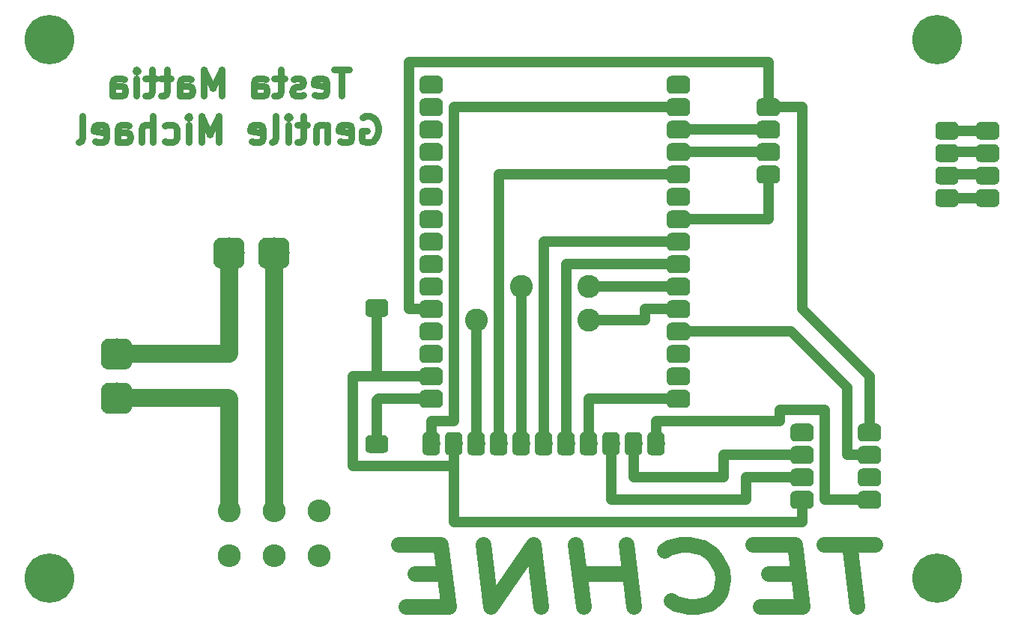
<source format=gbr>
%TF.GenerationSoftware,KiCad,Pcbnew,(5.1.2)-1*%
%TF.CreationDate,2019-05-13T01:32:33+02:00*%
%TF.ProjectId,main,6d61696e-2e6b-4696-9361-645f70636258,rev?*%
%TF.SameCoordinates,Original*%
%TF.FileFunction,Copper,L2,Bot*%
%TF.FilePolarity,Positive*%
%FSLAX46Y46*%
G04 Gerber Fmt 4.6, Leading zero omitted, Abs format (unit mm)*
G04 Created by KiCad (PCBNEW (5.1.2)-1) date 2019-05-13 01:32:33*
%MOMM*%
%LPD*%
G04 APERTURE LIST*
%ADD10C,0.750000*%
%ADD11C,1.750000*%
%ADD12O,2.600000X2.600000*%
%ADD13C,2.600000*%
%ADD14C,5.600000*%
%ADD15C,0.100000*%
%ADD16C,2.000000*%
%ADD17C,3.500000*%
%ADD18C,3.500120*%
%ADD19C,2.000000*%
%ADD20C,1.200000*%
G04 APERTURE END LIST*
D10*
X183751428Y-49072142D02*
X182037142Y-49072142D01*
X182894285Y-52072142D02*
X182894285Y-49072142D01*
X179894285Y-51929285D02*
X180180000Y-52072142D01*
X180751428Y-52072142D01*
X181037142Y-51929285D01*
X181180000Y-51643571D01*
X181180000Y-50500714D01*
X181037142Y-50215000D01*
X180751428Y-50072142D01*
X180180000Y-50072142D01*
X179894285Y-50215000D01*
X179751428Y-50500714D01*
X179751428Y-50786428D01*
X181180000Y-51072142D01*
X178608571Y-51929285D02*
X178322857Y-52072142D01*
X177751428Y-52072142D01*
X177465714Y-51929285D01*
X177322857Y-51643571D01*
X177322857Y-51500714D01*
X177465714Y-51215000D01*
X177751428Y-51072142D01*
X178180000Y-51072142D01*
X178465714Y-50929285D01*
X178608571Y-50643571D01*
X178608571Y-50500714D01*
X178465714Y-50215000D01*
X178180000Y-50072142D01*
X177751428Y-50072142D01*
X177465714Y-50215000D01*
X176465714Y-50072142D02*
X175322857Y-50072142D01*
X176037142Y-49072142D02*
X176037142Y-51643571D01*
X175894285Y-51929285D01*
X175608571Y-52072142D01*
X175322857Y-52072142D01*
X173037142Y-52072142D02*
X173037142Y-50500714D01*
X173180000Y-50215000D01*
X173465714Y-50072142D01*
X174037142Y-50072142D01*
X174322857Y-50215000D01*
X173037142Y-51929285D02*
X173322857Y-52072142D01*
X174037142Y-52072142D01*
X174322857Y-51929285D01*
X174465714Y-51643571D01*
X174465714Y-51357857D01*
X174322857Y-51072142D01*
X174037142Y-50929285D01*
X173322857Y-50929285D01*
X173037142Y-50786428D01*
X169322857Y-52072142D02*
X169322857Y-49072142D01*
X168322857Y-51215000D01*
X167322857Y-49072142D01*
X167322857Y-52072142D01*
X164608571Y-52072142D02*
X164608571Y-50500714D01*
X164751428Y-50215000D01*
X165037142Y-50072142D01*
X165608571Y-50072142D01*
X165894285Y-50215000D01*
X164608571Y-51929285D02*
X164894285Y-52072142D01*
X165608571Y-52072142D01*
X165894285Y-51929285D01*
X166037142Y-51643571D01*
X166037142Y-51357857D01*
X165894285Y-51072142D01*
X165608571Y-50929285D01*
X164894285Y-50929285D01*
X164608571Y-50786428D01*
X163608571Y-50072142D02*
X162465714Y-50072142D01*
X163180000Y-49072142D02*
X163180000Y-51643571D01*
X163037142Y-51929285D01*
X162751428Y-52072142D01*
X162465714Y-52072142D01*
X161894285Y-50072142D02*
X160751428Y-50072142D01*
X161465714Y-49072142D02*
X161465714Y-51643571D01*
X161322857Y-51929285D01*
X161037142Y-52072142D01*
X160751428Y-52072142D01*
X159751428Y-52072142D02*
X159751428Y-50072142D01*
X159751428Y-49072142D02*
X159894285Y-49215000D01*
X159751428Y-49357857D01*
X159608571Y-49215000D01*
X159751428Y-49072142D01*
X159751428Y-49357857D01*
X157037142Y-52072142D02*
X157037142Y-50500714D01*
X157180000Y-50215000D01*
X157465714Y-50072142D01*
X158037142Y-50072142D01*
X158322857Y-50215000D01*
X157037142Y-51929285D02*
X157322857Y-52072142D01*
X158037142Y-52072142D01*
X158322857Y-51929285D01*
X158465714Y-51643571D01*
X158465714Y-51357857D01*
X158322857Y-51072142D01*
X158037142Y-50929285D01*
X157322857Y-50929285D01*
X157037142Y-50786428D01*
X185322857Y-54465000D02*
X185608571Y-54322142D01*
X186037142Y-54322142D01*
X186465714Y-54465000D01*
X186751428Y-54750714D01*
X186894285Y-55036428D01*
X187037142Y-55607857D01*
X187037142Y-56036428D01*
X186894285Y-56607857D01*
X186751428Y-56893571D01*
X186465714Y-57179285D01*
X186037142Y-57322142D01*
X185751428Y-57322142D01*
X185322857Y-57179285D01*
X185180000Y-57036428D01*
X185180000Y-56036428D01*
X185751428Y-56036428D01*
X182751428Y-57179285D02*
X183037142Y-57322142D01*
X183608571Y-57322142D01*
X183894285Y-57179285D01*
X184037142Y-56893571D01*
X184037142Y-55750714D01*
X183894285Y-55465000D01*
X183608571Y-55322142D01*
X183037142Y-55322142D01*
X182751428Y-55465000D01*
X182608571Y-55750714D01*
X182608571Y-56036428D01*
X184037142Y-56322142D01*
X181322857Y-55322142D02*
X181322857Y-57322142D01*
X181322857Y-55607857D02*
X181180000Y-55465000D01*
X180894285Y-55322142D01*
X180465714Y-55322142D01*
X180180000Y-55465000D01*
X180037142Y-55750714D01*
X180037142Y-57322142D01*
X179037142Y-55322142D02*
X177894285Y-55322142D01*
X178608571Y-54322142D02*
X178608571Y-56893571D01*
X178465714Y-57179285D01*
X178180000Y-57322142D01*
X177894285Y-57322142D01*
X176894285Y-57322142D02*
X176894285Y-55322142D01*
X176894285Y-54322142D02*
X177037142Y-54465000D01*
X176894285Y-54607857D01*
X176751428Y-54465000D01*
X176894285Y-54322142D01*
X176894285Y-54607857D01*
X175037142Y-57322142D02*
X175322857Y-57179285D01*
X175465714Y-56893571D01*
X175465714Y-54322142D01*
X172751428Y-57179285D02*
X173037142Y-57322142D01*
X173608571Y-57322142D01*
X173894285Y-57179285D01*
X174037142Y-56893571D01*
X174037142Y-55750714D01*
X173894285Y-55465000D01*
X173608571Y-55322142D01*
X173037142Y-55322142D01*
X172751428Y-55465000D01*
X172608571Y-55750714D01*
X172608571Y-56036428D01*
X174037142Y-56322142D01*
X169037142Y-57322142D02*
X169037142Y-54322142D01*
X168037142Y-56465000D01*
X167037142Y-54322142D01*
X167037142Y-57322142D01*
X165608571Y-57322142D02*
X165608571Y-55322142D01*
X165608571Y-54322142D02*
X165751428Y-54465000D01*
X165608571Y-54607857D01*
X165465714Y-54465000D01*
X165608571Y-54322142D01*
X165608571Y-54607857D01*
X162894285Y-57179285D02*
X163180000Y-57322142D01*
X163751428Y-57322142D01*
X164037142Y-57179285D01*
X164180000Y-57036428D01*
X164322857Y-56750714D01*
X164322857Y-55893571D01*
X164180000Y-55607857D01*
X164037142Y-55465000D01*
X163751428Y-55322142D01*
X163180000Y-55322142D01*
X162894285Y-55465000D01*
X161608571Y-57322142D02*
X161608571Y-54322142D01*
X160322857Y-57322142D02*
X160322857Y-55750714D01*
X160465714Y-55465000D01*
X160751428Y-55322142D01*
X161180000Y-55322142D01*
X161465714Y-55465000D01*
X161608571Y-55607857D01*
X157608571Y-57322142D02*
X157608571Y-55750714D01*
X157751428Y-55465000D01*
X158037142Y-55322142D01*
X158608571Y-55322142D01*
X158894285Y-55465000D01*
X157608571Y-57179285D02*
X157894285Y-57322142D01*
X158608571Y-57322142D01*
X158894285Y-57179285D01*
X159037142Y-56893571D01*
X159037142Y-56607857D01*
X158894285Y-56322142D01*
X158608571Y-56179285D01*
X157894285Y-56179285D01*
X157608571Y-56036428D01*
X155037142Y-57179285D02*
X155322857Y-57322142D01*
X155894285Y-57322142D01*
X156180000Y-57179285D01*
X156322857Y-56893571D01*
X156322857Y-55750714D01*
X156180000Y-55465000D01*
X155894285Y-55322142D01*
X155322857Y-55322142D01*
X155037142Y-55465000D01*
X154894285Y-55750714D01*
X154894285Y-56036428D01*
X156322857Y-56322142D01*
X153180000Y-57322142D02*
X153465714Y-57179285D01*
X153608571Y-56893571D01*
X153608571Y-54322142D01*
D11*
X243162723Y-102846666D02*
X237448437Y-102846666D01*
X241180580Y-109846666D02*
X240305580Y-102846666D01*
X234531770Y-106180000D02*
X231198437Y-106180000D01*
X230228199Y-109846666D02*
X234990104Y-109846666D01*
X234115104Y-102846666D01*
X229353199Y-102846666D01*
X220144866Y-109180000D02*
X220662723Y-109513333D01*
X222132961Y-109846666D01*
X223085342Y-109846666D01*
X224472247Y-109513333D01*
X225341294Y-108846666D01*
X225734151Y-108180000D01*
X226043675Y-106846666D01*
X225918675Y-105846666D01*
X225275818Y-104513333D01*
X224716294Y-103846666D01*
X223680580Y-103180000D01*
X222210342Y-102846666D01*
X221257961Y-102846666D01*
X219871056Y-103180000D01*
X219436532Y-103513333D01*
X215942485Y-109846666D02*
X215067485Y-102846666D01*
X215484151Y-106180000D02*
X209769866Y-106180000D01*
X210228199Y-109846666D02*
X209353199Y-102846666D01*
X205466294Y-109846666D02*
X204591294Y-102846666D01*
X199752008Y-109846666D01*
X198877008Y-102846666D01*
X194531770Y-106180000D02*
X191198437Y-106180000D01*
X190228199Y-109846666D02*
X194990104Y-109846666D01*
X194115104Y-102846666D01*
X189353199Y-102846666D01*
D12*
X180340000Y-104140000D03*
X180340000Y-99060000D03*
X175260000Y-104140000D03*
X175260000Y-99060000D03*
X170180000Y-104140000D03*
D13*
X170180000Y-99060000D03*
D14*
X250190000Y-106680000D03*
X250190000Y-45720000D03*
X149860000Y-106680000D03*
X149860000Y-45720000D03*
D15*
G36*
X252182009Y-62629408D02*
G01*
X252230545Y-62636607D01*
X252278142Y-62648530D01*
X252324342Y-62665060D01*
X252368698Y-62686039D01*
X252410785Y-62711265D01*
X252450197Y-62740495D01*
X252486553Y-62773447D01*
X252519505Y-62809803D01*
X252548735Y-62849215D01*
X252573961Y-62891302D01*
X252594940Y-62935658D01*
X252611470Y-62981858D01*
X252623393Y-63029455D01*
X252630592Y-63077991D01*
X252633000Y-63127000D01*
X252633000Y-64127000D01*
X252630592Y-64176009D01*
X252623393Y-64224545D01*
X252611470Y-64272142D01*
X252594940Y-64318342D01*
X252573961Y-64362698D01*
X252548735Y-64404785D01*
X252519505Y-64444197D01*
X252486553Y-64480553D01*
X252450197Y-64513505D01*
X252410785Y-64542735D01*
X252368698Y-64567961D01*
X252324342Y-64588940D01*
X252278142Y-64605470D01*
X252230545Y-64617393D01*
X252182009Y-64624592D01*
X252133000Y-64627000D01*
X250533000Y-64627000D01*
X250483991Y-64624592D01*
X250435455Y-64617393D01*
X250387858Y-64605470D01*
X250341658Y-64588940D01*
X250297302Y-64567961D01*
X250255215Y-64542735D01*
X250215803Y-64513505D01*
X250179447Y-64480553D01*
X250146495Y-64444197D01*
X250117265Y-64404785D01*
X250092039Y-64362698D01*
X250071060Y-64318342D01*
X250054530Y-64272142D01*
X250042607Y-64224545D01*
X250035408Y-64176009D01*
X250033000Y-64127000D01*
X250033000Y-63127000D01*
X250035408Y-63077991D01*
X250042607Y-63029455D01*
X250054530Y-62981858D01*
X250071060Y-62935658D01*
X250092039Y-62891302D01*
X250117265Y-62849215D01*
X250146495Y-62809803D01*
X250179447Y-62773447D01*
X250215803Y-62740495D01*
X250255215Y-62711265D01*
X250297302Y-62686039D01*
X250341658Y-62665060D01*
X250387858Y-62648530D01*
X250435455Y-62636607D01*
X250483991Y-62629408D01*
X250533000Y-62627000D01*
X252133000Y-62627000D01*
X252182009Y-62629408D01*
X252182009Y-62629408D01*
G37*
D16*
X251333000Y-63627000D03*
D15*
G36*
X252182009Y-60089408D02*
G01*
X252230545Y-60096607D01*
X252278142Y-60108530D01*
X252324342Y-60125060D01*
X252368698Y-60146039D01*
X252410785Y-60171265D01*
X252450197Y-60200495D01*
X252486553Y-60233447D01*
X252519505Y-60269803D01*
X252548735Y-60309215D01*
X252573961Y-60351302D01*
X252594940Y-60395658D01*
X252611470Y-60441858D01*
X252623393Y-60489455D01*
X252630592Y-60537991D01*
X252633000Y-60587000D01*
X252633000Y-61587000D01*
X252630592Y-61636009D01*
X252623393Y-61684545D01*
X252611470Y-61732142D01*
X252594940Y-61778342D01*
X252573961Y-61822698D01*
X252548735Y-61864785D01*
X252519505Y-61904197D01*
X252486553Y-61940553D01*
X252450197Y-61973505D01*
X252410785Y-62002735D01*
X252368698Y-62027961D01*
X252324342Y-62048940D01*
X252278142Y-62065470D01*
X252230545Y-62077393D01*
X252182009Y-62084592D01*
X252133000Y-62087000D01*
X250533000Y-62087000D01*
X250483991Y-62084592D01*
X250435455Y-62077393D01*
X250387858Y-62065470D01*
X250341658Y-62048940D01*
X250297302Y-62027961D01*
X250255215Y-62002735D01*
X250215803Y-61973505D01*
X250179447Y-61940553D01*
X250146495Y-61904197D01*
X250117265Y-61864785D01*
X250092039Y-61822698D01*
X250071060Y-61778342D01*
X250054530Y-61732142D01*
X250042607Y-61684545D01*
X250035408Y-61636009D01*
X250033000Y-61587000D01*
X250033000Y-60587000D01*
X250035408Y-60537991D01*
X250042607Y-60489455D01*
X250054530Y-60441858D01*
X250071060Y-60395658D01*
X250092039Y-60351302D01*
X250117265Y-60309215D01*
X250146495Y-60269803D01*
X250179447Y-60233447D01*
X250215803Y-60200495D01*
X250255215Y-60171265D01*
X250297302Y-60146039D01*
X250341658Y-60125060D01*
X250387858Y-60108530D01*
X250435455Y-60096607D01*
X250483991Y-60089408D01*
X250533000Y-60087000D01*
X252133000Y-60087000D01*
X252182009Y-60089408D01*
X252182009Y-60089408D01*
G37*
D16*
X251333000Y-61087000D03*
D15*
G36*
X252182009Y-57549408D02*
G01*
X252230545Y-57556607D01*
X252278142Y-57568530D01*
X252324342Y-57585060D01*
X252368698Y-57606039D01*
X252410785Y-57631265D01*
X252450197Y-57660495D01*
X252486553Y-57693447D01*
X252519505Y-57729803D01*
X252548735Y-57769215D01*
X252573961Y-57811302D01*
X252594940Y-57855658D01*
X252611470Y-57901858D01*
X252623393Y-57949455D01*
X252630592Y-57997991D01*
X252633000Y-58047000D01*
X252633000Y-59047000D01*
X252630592Y-59096009D01*
X252623393Y-59144545D01*
X252611470Y-59192142D01*
X252594940Y-59238342D01*
X252573961Y-59282698D01*
X252548735Y-59324785D01*
X252519505Y-59364197D01*
X252486553Y-59400553D01*
X252450197Y-59433505D01*
X252410785Y-59462735D01*
X252368698Y-59487961D01*
X252324342Y-59508940D01*
X252278142Y-59525470D01*
X252230545Y-59537393D01*
X252182009Y-59544592D01*
X252133000Y-59547000D01*
X250533000Y-59547000D01*
X250483991Y-59544592D01*
X250435455Y-59537393D01*
X250387858Y-59525470D01*
X250341658Y-59508940D01*
X250297302Y-59487961D01*
X250255215Y-59462735D01*
X250215803Y-59433505D01*
X250179447Y-59400553D01*
X250146495Y-59364197D01*
X250117265Y-59324785D01*
X250092039Y-59282698D01*
X250071060Y-59238342D01*
X250054530Y-59192142D01*
X250042607Y-59144545D01*
X250035408Y-59096009D01*
X250033000Y-59047000D01*
X250033000Y-58047000D01*
X250035408Y-57997991D01*
X250042607Y-57949455D01*
X250054530Y-57901858D01*
X250071060Y-57855658D01*
X250092039Y-57811302D01*
X250117265Y-57769215D01*
X250146495Y-57729803D01*
X250179447Y-57693447D01*
X250215803Y-57660495D01*
X250255215Y-57631265D01*
X250297302Y-57606039D01*
X250341658Y-57585060D01*
X250387858Y-57568530D01*
X250435455Y-57556607D01*
X250483991Y-57549408D01*
X250533000Y-57547000D01*
X252133000Y-57547000D01*
X252182009Y-57549408D01*
X252182009Y-57549408D01*
G37*
D16*
X251333000Y-58547000D03*
D15*
G36*
X252182009Y-55009408D02*
G01*
X252230545Y-55016607D01*
X252278142Y-55028530D01*
X252324342Y-55045060D01*
X252368698Y-55066039D01*
X252410785Y-55091265D01*
X252450197Y-55120495D01*
X252486553Y-55153447D01*
X252519505Y-55189803D01*
X252548735Y-55229215D01*
X252573961Y-55271302D01*
X252594940Y-55315658D01*
X252611470Y-55361858D01*
X252623393Y-55409455D01*
X252630592Y-55457991D01*
X252633000Y-55507000D01*
X252633000Y-56507000D01*
X252630592Y-56556009D01*
X252623393Y-56604545D01*
X252611470Y-56652142D01*
X252594940Y-56698342D01*
X252573961Y-56742698D01*
X252548735Y-56784785D01*
X252519505Y-56824197D01*
X252486553Y-56860553D01*
X252450197Y-56893505D01*
X252410785Y-56922735D01*
X252368698Y-56947961D01*
X252324342Y-56968940D01*
X252278142Y-56985470D01*
X252230545Y-56997393D01*
X252182009Y-57004592D01*
X252133000Y-57007000D01*
X250533000Y-57007000D01*
X250483991Y-57004592D01*
X250435455Y-56997393D01*
X250387858Y-56985470D01*
X250341658Y-56968940D01*
X250297302Y-56947961D01*
X250255215Y-56922735D01*
X250215803Y-56893505D01*
X250179447Y-56860553D01*
X250146495Y-56824197D01*
X250117265Y-56784785D01*
X250092039Y-56742698D01*
X250071060Y-56698342D01*
X250054530Y-56652142D01*
X250042607Y-56604545D01*
X250035408Y-56556009D01*
X250033000Y-56507000D01*
X250033000Y-55507000D01*
X250035408Y-55457991D01*
X250042607Y-55409455D01*
X250054530Y-55361858D01*
X250071060Y-55315658D01*
X250092039Y-55271302D01*
X250117265Y-55229215D01*
X250146495Y-55189803D01*
X250179447Y-55153447D01*
X250215803Y-55120495D01*
X250255215Y-55091265D01*
X250297302Y-55066039D01*
X250341658Y-55045060D01*
X250387858Y-55028530D01*
X250435455Y-55016607D01*
X250483991Y-55009408D01*
X250533000Y-55007000D01*
X252133000Y-55007000D01*
X252182009Y-55009408D01*
X252182009Y-55009408D01*
G37*
D16*
X251333000Y-56007000D03*
D15*
G36*
X256782009Y-62629408D02*
G01*
X256830545Y-62636607D01*
X256878142Y-62648530D01*
X256924342Y-62665060D01*
X256968698Y-62686039D01*
X257010785Y-62711265D01*
X257050197Y-62740495D01*
X257086553Y-62773447D01*
X257119505Y-62809803D01*
X257148735Y-62849215D01*
X257173961Y-62891302D01*
X257194940Y-62935658D01*
X257211470Y-62981858D01*
X257223393Y-63029455D01*
X257230592Y-63077991D01*
X257233000Y-63127000D01*
X257233000Y-64127000D01*
X257230592Y-64176009D01*
X257223393Y-64224545D01*
X257211470Y-64272142D01*
X257194940Y-64318342D01*
X257173961Y-64362698D01*
X257148735Y-64404785D01*
X257119505Y-64444197D01*
X257086553Y-64480553D01*
X257050197Y-64513505D01*
X257010785Y-64542735D01*
X256968698Y-64567961D01*
X256924342Y-64588940D01*
X256878142Y-64605470D01*
X256830545Y-64617393D01*
X256782009Y-64624592D01*
X256733000Y-64627000D01*
X255133000Y-64627000D01*
X255083991Y-64624592D01*
X255035455Y-64617393D01*
X254987858Y-64605470D01*
X254941658Y-64588940D01*
X254897302Y-64567961D01*
X254855215Y-64542735D01*
X254815803Y-64513505D01*
X254779447Y-64480553D01*
X254746495Y-64444197D01*
X254717265Y-64404785D01*
X254692039Y-64362698D01*
X254671060Y-64318342D01*
X254654530Y-64272142D01*
X254642607Y-64224545D01*
X254635408Y-64176009D01*
X254633000Y-64127000D01*
X254633000Y-63127000D01*
X254635408Y-63077991D01*
X254642607Y-63029455D01*
X254654530Y-62981858D01*
X254671060Y-62935658D01*
X254692039Y-62891302D01*
X254717265Y-62849215D01*
X254746495Y-62809803D01*
X254779447Y-62773447D01*
X254815803Y-62740495D01*
X254855215Y-62711265D01*
X254897302Y-62686039D01*
X254941658Y-62665060D01*
X254987858Y-62648530D01*
X255035455Y-62636607D01*
X255083991Y-62629408D01*
X255133000Y-62627000D01*
X256733000Y-62627000D01*
X256782009Y-62629408D01*
X256782009Y-62629408D01*
G37*
D16*
X255933000Y-63627000D03*
D15*
G36*
X256782009Y-60089408D02*
G01*
X256830545Y-60096607D01*
X256878142Y-60108530D01*
X256924342Y-60125060D01*
X256968698Y-60146039D01*
X257010785Y-60171265D01*
X257050197Y-60200495D01*
X257086553Y-60233447D01*
X257119505Y-60269803D01*
X257148735Y-60309215D01*
X257173961Y-60351302D01*
X257194940Y-60395658D01*
X257211470Y-60441858D01*
X257223393Y-60489455D01*
X257230592Y-60537991D01*
X257233000Y-60587000D01*
X257233000Y-61587000D01*
X257230592Y-61636009D01*
X257223393Y-61684545D01*
X257211470Y-61732142D01*
X257194940Y-61778342D01*
X257173961Y-61822698D01*
X257148735Y-61864785D01*
X257119505Y-61904197D01*
X257086553Y-61940553D01*
X257050197Y-61973505D01*
X257010785Y-62002735D01*
X256968698Y-62027961D01*
X256924342Y-62048940D01*
X256878142Y-62065470D01*
X256830545Y-62077393D01*
X256782009Y-62084592D01*
X256733000Y-62087000D01*
X255133000Y-62087000D01*
X255083991Y-62084592D01*
X255035455Y-62077393D01*
X254987858Y-62065470D01*
X254941658Y-62048940D01*
X254897302Y-62027961D01*
X254855215Y-62002735D01*
X254815803Y-61973505D01*
X254779447Y-61940553D01*
X254746495Y-61904197D01*
X254717265Y-61864785D01*
X254692039Y-61822698D01*
X254671060Y-61778342D01*
X254654530Y-61732142D01*
X254642607Y-61684545D01*
X254635408Y-61636009D01*
X254633000Y-61587000D01*
X254633000Y-60587000D01*
X254635408Y-60537991D01*
X254642607Y-60489455D01*
X254654530Y-60441858D01*
X254671060Y-60395658D01*
X254692039Y-60351302D01*
X254717265Y-60309215D01*
X254746495Y-60269803D01*
X254779447Y-60233447D01*
X254815803Y-60200495D01*
X254855215Y-60171265D01*
X254897302Y-60146039D01*
X254941658Y-60125060D01*
X254987858Y-60108530D01*
X255035455Y-60096607D01*
X255083991Y-60089408D01*
X255133000Y-60087000D01*
X256733000Y-60087000D01*
X256782009Y-60089408D01*
X256782009Y-60089408D01*
G37*
D16*
X255933000Y-61087000D03*
D15*
G36*
X256782009Y-57549408D02*
G01*
X256830545Y-57556607D01*
X256878142Y-57568530D01*
X256924342Y-57585060D01*
X256968698Y-57606039D01*
X257010785Y-57631265D01*
X257050197Y-57660495D01*
X257086553Y-57693447D01*
X257119505Y-57729803D01*
X257148735Y-57769215D01*
X257173961Y-57811302D01*
X257194940Y-57855658D01*
X257211470Y-57901858D01*
X257223393Y-57949455D01*
X257230592Y-57997991D01*
X257233000Y-58047000D01*
X257233000Y-59047000D01*
X257230592Y-59096009D01*
X257223393Y-59144545D01*
X257211470Y-59192142D01*
X257194940Y-59238342D01*
X257173961Y-59282698D01*
X257148735Y-59324785D01*
X257119505Y-59364197D01*
X257086553Y-59400553D01*
X257050197Y-59433505D01*
X257010785Y-59462735D01*
X256968698Y-59487961D01*
X256924342Y-59508940D01*
X256878142Y-59525470D01*
X256830545Y-59537393D01*
X256782009Y-59544592D01*
X256733000Y-59547000D01*
X255133000Y-59547000D01*
X255083991Y-59544592D01*
X255035455Y-59537393D01*
X254987858Y-59525470D01*
X254941658Y-59508940D01*
X254897302Y-59487961D01*
X254855215Y-59462735D01*
X254815803Y-59433505D01*
X254779447Y-59400553D01*
X254746495Y-59364197D01*
X254717265Y-59324785D01*
X254692039Y-59282698D01*
X254671060Y-59238342D01*
X254654530Y-59192142D01*
X254642607Y-59144545D01*
X254635408Y-59096009D01*
X254633000Y-59047000D01*
X254633000Y-58047000D01*
X254635408Y-57997991D01*
X254642607Y-57949455D01*
X254654530Y-57901858D01*
X254671060Y-57855658D01*
X254692039Y-57811302D01*
X254717265Y-57769215D01*
X254746495Y-57729803D01*
X254779447Y-57693447D01*
X254815803Y-57660495D01*
X254855215Y-57631265D01*
X254897302Y-57606039D01*
X254941658Y-57585060D01*
X254987858Y-57568530D01*
X255035455Y-57556607D01*
X255083991Y-57549408D01*
X255133000Y-57547000D01*
X256733000Y-57547000D01*
X256782009Y-57549408D01*
X256782009Y-57549408D01*
G37*
D16*
X255933000Y-58547000D03*
D15*
G36*
X256782009Y-55009408D02*
G01*
X256830545Y-55016607D01*
X256878142Y-55028530D01*
X256924342Y-55045060D01*
X256968698Y-55066039D01*
X257010785Y-55091265D01*
X257050197Y-55120495D01*
X257086553Y-55153447D01*
X257119505Y-55189803D01*
X257148735Y-55229215D01*
X257173961Y-55271302D01*
X257194940Y-55315658D01*
X257211470Y-55361858D01*
X257223393Y-55409455D01*
X257230592Y-55457991D01*
X257233000Y-55507000D01*
X257233000Y-56507000D01*
X257230592Y-56556009D01*
X257223393Y-56604545D01*
X257211470Y-56652142D01*
X257194940Y-56698342D01*
X257173961Y-56742698D01*
X257148735Y-56784785D01*
X257119505Y-56824197D01*
X257086553Y-56860553D01*
X257050197Y-56893505D01*
X257010785Y-56922735D01*
X256968698Y-56947961D01*
X256924342Y-56968940D01*
X256878142Y-56985470D01*
X256830545Y-56997393D01*
X256782009Y-57004592D01*
X256733000Y-57007000D01*
X255133000Y-57007000D01*
X255083991Y-57004592D01*
X255035455Y-56997393D01*
X254987858Y-56985470D01*
X254941658Y-56968940D01*
X254897302Y-56947961D01*
X254855215Y-56922735D01*
X254815803Y-56893505D01*
X254779447Y-56860553D01*
X254746495Y-56824197D01*
X254717265Y-56784785D01*
X254692039Y-56742698D01*
X254671060Y-56698342D01*
X254654530Y-56652142D01*
X254642607Y-56604545D01*
X254635408Y-56556009D01*
X254633000Y-56507000D01*
X254633000Y-55507000D01*
X254635408Y-55457991D01*
X254642607Y-55409455D01*
X254654530Y-55361858D01*
X254671060Y-55315658D01*
X254692039Y-55271302D01*
X254717265Y-55229215D01*
X254746495Y-55189803D01*
X254779447Y-55153447D01*
X254815803Y-55120495D01*
X254855215Y-55091265D01*
X254897302Y-55066039D01*
X254941658Y-55045060D01*
X254987858Y-55028530D01*
X255035455Y-55016607D01*
X255083991Y-55009408D01*
X255133000Y-55007000D01*
X256733000Y-55007000D01*
X256782009Y-55009408D01*
X256782009Y-55009408D01*
G37*
D16*
X255933000Y-56007000D03*
D15*
G36*
X193889009Y-85362408D02*
G01*
X193937545Y-85369607D01*
X193985142Y-85381530D01*
X194031342Y-85398060D01*
X194075698Y-85419039D01*
X194117785Y-85444265D01*
X194157197Y-85473495D01*
X194193553Y-85506447D01*
X194226505Y-85542803D01*
X194255735Y-85582215D01*
X194280961Y-85624302D01*
X194301940Y-85668658D01*
X194318470Y-85714858D01*
X194330393Y-85762455D01*
X194337592Y-85810991D01*
X194340000Y-85860000D01*
X194340000Y-86860000D01*
X194337592Y-86909009D01*
X194330393Y-86957545D01*
X194318470Y-87005142D01*
X194301940Y-87051342D01*
X194280961Y-87095698D01*
X194255735Y-87137785D01*
X194226505Y-87177197D01*
X194193553Y-87213553D01*
X194157197Y-87246505D01*
X194117785Y-87275735D01*
X194075698Y-87300961D01*
X194031342Y-87321940D01*
X193985142Y-87338470D01*
X193937545Y-87350393D01*
X193889009Y-87357592D01*
X193840000Y-87360000D01*
X192240000Y-87360000D01*
X192190991Y-87357592D01*
X192142455Y-87350393D01*
X192094858Y-87338470D01*
X192048658Y-87321940D01*
X192004302Y-87300961D01*
X191962215Y-87275735D01*
X191922803Y-87246505D01*
X191886447Y-87213553D01*
X191853495Y-87177197D01*
X191824265Y-87137785D01*
X191799039Y-87095698D01*
X191778060Y-87051342D01*
X191761530Y-87005142D01*
X191749607Y-86957545D01*
X191742408Y-86909009D01*
X191740000Y-86860000D01*
X191740000Y-85860000D01*
X191742408Y-85810991D01*
X191749607Y-85762455D01*
X191761530Y-85714858D01*
X191778060Y-85668658D01*
X191799039Y-85624302D01*
X191824265Y-85582215D01*
X191853495Y-85542803D01*
X191886447Y-85506447D01*
X191922803Y-85473495D01*
X191962215Y-85444265D01*
X192004302Y-85419039D01*
X192048658Y-85398060D01*
X192094858Y-85381530D01*
X192142455Y-85369607D01*
X192190991Y-85362408D01*
X192240000Y-85360000D01*
X193840000Y-85360000D01*
X193889009Y-85362408D01*
X193889009Y-85362408D01*
G37*
D16*
X193040000Y-86360000D03*
D15*
G36*
X193889009Y-82822408D02*
G01*
X193937545Y-82829607D01*
X193985142Y-82841530D01*
X194031342Y-82858060D01*
X194075698Y-82879039D01*
X194117785Y-82904265D01*
X194157197Y-82933495D01*
X194193553Y-82966447D01*
X194226505Y-83002803D01*
X194255735Y-83042215D01*
X194280961Y-83084302D01*
X194301940Y-83128658D01*
X194318470Y-83174858D01*
X194330393Y-83222455D01*
X194337592Y-83270991D01*
X194340000Y-83320000D01*
X194340000Y-84320000D01*
X194337592Y-84369009D01*
X194330393Y-84417545D01*
X194318470Y-84465142D01*
X194301940Y-84511342D01*
X194280961Y-84555698D01*
X194255735Y-84597785D01*
X194226505Y-84637197D01*
X194193553Y-84673553D01*
X194157197Y-84706505D01*
X194117785Y-84735735D01*
X194075698Y-84760961D01*
X194031342Y-84781940D01*
X193985142Y-84798470D01*
X193937545Y-84810393D01*
X193889009Y-84817592D01*
X193840000Y-84820000D01*
X192240000Y-84820000D01*
X192190991Y-84817592D01*
X192142455Y-84810393D01*
X192094858Y-84798470D01*
X192048658Y-84781940D01*
X192004302Y-84760961D01*
X191962215Y-84735735D01*
X191922803Y-84706505D01*
X191886447Y-84673553D01*
X191853495Y-84637197D01*
X191824265Y-84597785D01*
X191799039Y-84555698D01*
X191778060Y-84511342D01*
X191761530Y-84465142D01*
X191749607Y-84417545D01*
X191742408Y-84369009D01*
X191740000Y-84320000D01*
X191740000Y-83320000D01*
X191742408Y-83270991D01*
X191749607Y-83222455D01*
X191761530Y-83174858D01*
X191778060Y-83128658D01*
X191799039Y-83084302D01*
X191824265Y-83042215D01*
X191853495Y-83002803D01*
X191886447Y-82966447D01*
X191922803Y-82933495D01*
X191962215Y-82904265D01*
X192004302Y-82879039D01*
X192048658Y-82858060D01*
X192094858Y-82841530D01*
X192142455Y-82829607D01*
X192190991Y-82822408D01*
X192240000Y-82820000D01*
X193840000Y-82820000D01*
X193889009Y-82822408D01*
X193889009Y-82822408D01*
G37*
D16*
X193040000Y-83820000D03*
D15*
G36*
X193889009Y-80282408D02*
G01*
X193937545Y-80289607D01*
X193985142Y-80301530D01*
X194031342Y-80318060D01*
X194075698Y-80339039D01*
X194117785Y-80364265D01*
X194157197Y-80393495D01*
X194193553Y-80426447D01*
X194226505Y-80462803D01*
X194255735Y-80502215D01*
X194280961Y-80544302D01*
X194301940Y-80588658D01*
X194318470Y-80634858D01*
X194330393Y-80682455D01*
X194337592Y-80730991D01*
X194340000Y-80780000D01*
X194340000Y-81780000D01*
X194337592Y-81829009D01*
X194330393Y-81877545D01*
X194318470Y-81925142D01*
X194301940Y-81971342D01*
X194280961Y-82015698D01*
X194255735Y-82057785D01*
X194226505Y-82097197D01*
X194193553Y-82133553D01*
X194157197Y-82166505D01*
X194117785Y-82195735D01*
X194075698Y-82220961D01*
X194031342Y-82241940D01*
X193985142Y-82258470D01*
X193937545Y-82270393D01*
X193889009Y-82277592D01*
X193840000Y-82280000D01*
X192240000Y-82280000D01*
X192190991Y-82277592D01*
X192142455Y-82270393D01*
X192094858Y-82258470D01*
X192048658Y-82241940D01*
X192004302Y-82220961D01*
X191962215Y-82195735D01*
X191922803Y-82166505D01*
X191886447Y-82133553D01*
X191853495Y-82097197D01*
X191824265Y-82057785D01*
X191799039Y-82015698D01*
X191778060Y-81971342D01*
X191761530Y-81925142D01*
X191749607Y-81877545D01*
X191742408Y-81829009D01*
X191740000Y-81780000D01*
X191740000Y-80780000D01*
X191742408Y-80730991D01*
X191749607Y-80682455D01*
X191761530Y-80634858D01*
X191778060Y-80588658D01*
X191799039Y-80544302D01*
X191824265Y-80502215D01*
X191853495Y-80462803D01*
X191886447Y-80426447D01*
X191922803Y-80393495D01*
X191962215Y-80364265D01*
X192004302Y-80339039D01*
X192048658Y-80318060D01*
X192094858Y-80301530D01*
X192142455Y-80289607D01*
X192190991Y-80282408D01*
X192240000Y-80280000D01*
X193840000Y-80280000D01*
X193889009Y-80282408D01*
X193889009Y-80282408D01*
G37*
D16*
X193040000Y-81280000D03*
D15*
G36*
X193889009Y-77742408D02*
G01*
X193937545Y-77749607D01*
X193985142Y-77761530D01*
X194031342Y-77778060D01*
X194075698Y-77799039D01*
X194117785Y-77824265D01*
X194157197Y-77853495D01*
X194193553Y-77886447D01*
X194226505Y-77922803D01*
X194255735Y-77962215D01*
X194280961Y-78004302D01*
X194301940Y-78048658D01*
X194318470Y-78094858D01*
X194330393Y-78142455D01*
X194337592Y-78190991D01*
X194340000Y-78240000D01*
X194340000Y-79240000D01*
X194337592Y-79289009D01*
X194330393Y-79337545D01*
X194318470Y-79385142D01*
X194301940Y-79431342D01*
X194280961Y-79475698D01*
X194255735Y-79517785D01*
X194226505Y-79557197D01*
X194193553Y-79593553D01*
X194157197Y-79626505D01*
X194117785Y-79655735D01*
X194075698Y-79680961D01*
X194031342Y-79701940D01*
X193985142Y-79718470D01*
X193937545Y-79730393D01*
X193889009Y-79737592D01*
X193840000Y-79740000D01*
X192240000Y-79740000D01*
X192190991Y-79737592D01*
X192142455Y-79730393D01*
X192094858Y-79718470D01*
X192048658Y-79701940D01*
X192004302Y-79680961D01*
X191962215Y-79655735D01*
X191922803Y-79626505D01*
X191886447Y-79593553D01*
X191853495Y-79557197D01*
X191824265Y-79517785D01*
X191799039Y-79475698D01*
X191778060Y-79431342D01*
X191761530Y-79385142D01*
X191749607Y-79337545D01*
X191742408Y-79289009D01*
X191740000Y-79240000D01*
X191740000Y-78240000D01*
X191742408Y-78190991D01*
X191749607Y-78142455D01*
X191761530Y-78094858D01*
X191778060Y-78048658D01*
X191799039Y-78004302D01*
X191824265Y-77962215D01*
X191853495Y-77922803D01*
X191886447Y-77886447D01*
X191922803Y-77853495D01*
X191962215Y-77824265D01*
X192004302Y-77799039D01*
X192048658Y-77778060D01*
X192094858Y-77761530D01*
X192142455Y-77749607D01*
X192190991Y-77742408D01*
X192240000Y-77740000D01*
X193840000Y-77740000D01*
X193889009Y-77742408D01*
X193889009Y-77742408D01*
G37*
D16*
X193040000Y-78740000D03*
D15*
G36*
X193889009Y-75202408D02*
G01*
X193937545Y-75209607D01*
X193985142Y-75221530D01*
X194031342Y-75238060D01*
X194075698Y-75259039D01*
X194117785Y-75284265D01*
X194157197Y-75313495D01*
X194193553Y-75346447D01*
X194226505Y-75382803D01*
X194255735Y-75422215D01*
X194280961Y-75464302D01*
X194301940Y-75508658D01*
X194318470Y-75554858D01*
X194330393Y-75602455D01*
X194337592Y-75650991D01*
X194340000Y-75700000D01*
X194340000Y-76700000D01*
X194337592Y-76749009D01*
X194330393Y-76797545D01*
X194318470Y-76845142D01*
X194301940Y-76891342D01*
X194280961Y-76935698D01*
X194255735Y-76977785D01*
X194226505Y-77017197D01*
X194193553Y-77053553D01*
X194157197Y-77086505D01*
X194117785Y-77115735D01*
X194075698Y-77140961D01*
X194031342Y-77161940D01*
X193985142Y-77178470D01*
X193937545Y-77190393D01*
X193889009Y-77197592D01*
X193840000Y-77200000D01*
X192240000Y-77200000D01*
X192190991Y-77197592D01*
X192142455Y-77190393D01*
X192094858Y-77178470D01*
X192048658Y-77161940D01*
X192004302Y-77140961D01*
X191962215Y-77115735D01*
X191922803Y-77086505D01*
X191886447Y-77053553D01*
X191853495Y-77017197D01*
X191824265Y-76977785D01*
X191799039Y-76935698D01*
X191778060Y-76891342D01*
X191761530Y-76845142D01*
X191749607Y-76797545D01*
X191742408Y-76749009D01*
X191740000Y-76700000D01*
X191740000Y-75700000D01*
X191742408Y-75650991D01*
X191749607Y-75602455D01*
X191761530Y-75554858D01*
X191778060Y-75508658D01*
X191799039Y-75464302D01*
X191824265Y-75422215D01*
X191853495Y-75382803D01*
X191886447Y-75346447D01*
X191922803Y-75313495D01*
X191962215Y-75284265D01*
X192004302Y-75259039D01*
X192048658Y-75238060D01*
X192094858Y-75221530D01*
X192142455Y-75209607D01*
X192190991Y-75202408D01*
X192240000Y-75200000D01*
X193840000Y-75200000D01*
X193889009Y-75202408D01*
X193889009Y-75202408D01*
G37*
D16*
X193040000Y-76200000D03*
D15*
G36*
X193889009Y-72662408D02*
G01*
X193937545Y-72669607D01*
X193985142Y-72681530D01*
X194031342Y-72698060D01*
X194075698Y-72719039D01*
X194117785Y-72744265D01*
X194157197Y-72773495D01*
X194193553Y-72806447D01*
X194226505Y-72842803D01*
X194255735Y-72882215D01*
X194280961Y-72924302D01*
X194301940Y-72968658D01*
X194318470Y-73014858D01*
X194330393Y-73062455D01*
X194337592Y-73110991D01*
X194340000Y-73160000D01*
X194340000Y-74160000D01*
X194337592Y-74209009D01*
X194330393Y-74257545D01*
X194318470Y-74305142D01*
X194301940Y-74351342D01*
X194280961Y-74395698D01*
X194255735Y-74437785D01*
X194226505Y-74477197D01*
X194193553Y-74513553D01*
X194157197Y-74546505D01*
X194117785Y-74575735D01*
X194075698Y-74600961D01*
X194031342Y-74621940D01*
X193985142Y-74638470D01*
X193937545Y-74650393D01*
X193889009Y-74657592D01*
X193840000Y-74660000D01*
X192240000Y-74660000D01*
X192190991Y-74657592D01*
X192142455Y-74650393D01*
X192094858Y-74638470D01*
X192048658Y-74621940D01*
X192004302Y-74600961D01*
X191962215Y-74575735D01*
X191922803Y-74546505D01*
X191886447Y-74513553D01*
X191853495Y-74477197D01*
X191824265Y-74437785D01*
X191799039Y-74395698D01*
X191778060Y-74351342D01*
X191761530Y-74305142D01*
X191749607Y-74257545D01*
X191742408Y-74209009D01*
X191740000Y-74160000D01*
X191740000Y-73160000D01*
X191742408Y-73110991D01*
X191749607Y-73062455D01*
X191761530Y-73014858D01*
X191778060Y-72968658D01*
X191799039Y-72924302D01*
X191824265Y-72882215D01*
X191853495Y-72842803D01*
X191886447Y-72806447D01*
X191922803Y-72773495D01*
X191962215Y-72744265D01*
X192004302Y-72719039D01*
X192048658Y-72698060D01*
X192094858Y-72681530D01*
X192142455Y-72669607D01*
X192190991Y-72662408D01*
X192240000Y-72660000D01*
X193840000Y-72660000D01*
X193889009Y-72662408D01*
X193889009Y-72662408D01*
G37*
D16*
X193040000Y-73660000D03*
D15*
G36*
X193889009Y-70122408D02*
G01*
X193937545Y-70129607D01*
X193985142Y-70141530D01*
X194031342Y-70158060D01*
X194075698Y-70179039D01*
X194117785Y-70204265D01*
X194157197Y-70233495D01*
X194193553Y-70266447D01*
X194226505Y-70302803D01*
X194255735Y-70342215D01*
X194280961Y-70384302D01*
X194301940Y-70428658D01*
X194318470Y-70474858D01*
X194330393Y-70522455D01*
X194337592Y-70570991D01*
X194340000Y-70620000D01*
X194340000Y-71620000D01*
X194337592Y-71669009D01*
X194330393Y-71717545D01*
X194318470Y-71765142D01*
X194301940Y-71811342D01*
X194280961Y-71855698D01*
X194255735Y-71897785D01*
X194226505Y-71937197D01*
X194193553Y-71973553D01*
X194157197Y-72006505D01*
X194117785Y-72035735D01*
X194075698Y-72060961D01*
X194031342Y-72081940D01*
X193985142Y-72098470D01*
X193937545Y-72110393D01*
X193889009Y-72117592D01*
X193840000Y-72120000D01*
X192240000Y-72120000D01*
X192190991Y-72117592D01*
X192142455Y-72110393D01*
X192094858Y-72098470D01*
X192048658Y-72081940D01*
X192004302Y-72060961D01*
X191962215Y-72035735D01*
X191922803Y-72006505D01*
X191886447Y-71973553D01*
X191853495Y-71937197D01*
X191824265Y-71897785D01*
X191799039Y-71855698D01*
X191778060Y-71811342D01*
X191761530Y-71765142D01*
X191749607Y-71717545D01*
X191742408Y-71669009D01*
X191740000Y-71620000D01*
X191740000Y-70620000D01*
X191742408Y-70570991D01*
X191749607Y-70522455D01*
X191761530Y-70474858D01*
X191778060Y-70428658D01*
X191799039Y-70384302D01*
X191824265Y-70342215D01*
X191853495Y-70302803D01*
X191886447Y-70266447D01*
X191922803Y-70233495D01*
X191962215Y-70204265D01*
X192004302Y-70179039D01*
X192048658Y-70158060D01*
X192094858Y-70141530D01*
X192142455Y-70129607D01*
X192190991Y-70122408D01*
X192240000Y-70120000D01*
X193840000Y-70120000D01*
X193889009Y-70122408D01*
X193889009Y-70122408D01*
G37*
D16*
X193040000Y-71120000D03*
D15*
G36*
X193889009Y-67582408D02*
G01*
X193937545Y-67589607D01*
X193985142Y-67601530D01*
X194031342Y-67618060D01*
X194075698Y-67639039D01*
X194117785Y-67664265D01*
X194157197Y-67693495D01*
X194193553Y-67726447D01*
X194226505Y-67762803D01*
X194255735Y-67802215D01*
X194280961Y-67844302D01*
X194301940Y-67888658D01*
X194318470Y-67934858D01*
X194330393Y-67982455D01*
X194337592Y-68030991D01*
X194340000Y-68080000D01*
X194340000Y-69080000D01*
X194337592Y-69129009D01*
X194330393Y-69177545D01*
X194318470Y-69225142D01*
X194301940Y-69271342D01*
X194280961Y-69315698D01*
X194255735Y-69357785D01*
X194226505Y-69397197D01*
X194193553Y-69433553D01*
X194157197Y-69466505D01*
X194117785Y-69495735D01*
X194075698Y-69520961D01*
X194031342Y-69541940D01*
X193985142Y-69558470D01*
X193937545Y-69570393D01*
X193889009Y-69577592D01*
X193840000Y-69580000D01*
X192240000Y-69580000D01*
X192190991Y-69577592D01*
X192142455Y-69570393D01*
X192094858Y-69558470D01*
X192048658Y-69541940D01*
X192004302Y-69520961D01*
X191962215Y-69495735D01*
X191922803Y-69466505D01*
X191886447Y-69433553D01*
X191853495Y-69397197D01*
X191824265Y-69357785D01*
X191799039Y-69315698D01*
X191778060Y-69271342D01*
X191761530Y-69225142D01*
X191749607Y-69177545D01*
X191742408Y-69129009D01*
X191740000Y-69080000D01*
X191740000Y-68080000D01*
X191742408Y-68030991D01*
X191749607Y-67982455D01*
X191761530Y-67934858D01*
X191778060Y-67888658D01*
X191799039Y-67844302D01*
X191824265Y-67802215D01*
X191853495Y-67762803D01*
X191886447Y-67726447D01*
X191922803Y-67693495D01*
X191962215Y-67664265D01*
X192004302Y-67639039D01*
X192048658Y-67618060D01*
X192094858Y-67601530D01*
X192142455Y-67589607D01*
X192190991Y-67582408D01*
X192240000Y-67580000D01*
X193840000Y-67580000D01*
X193889009Y-67582408D01*
X193889009Y-67582408D01*
G37*
D16*
X193040000Y-68580000D03*
D15*
G36*
X193889009Y-65042408D02*
G01*
X193937545Y-65049607D01*
X193985142Y-65061530D01*
X194031342Y-65078060D01*
X194075698Y-65099039D01*
X194117785Y-65124265D01*
X194157197Y-65153495D01*
X194193553Y-65186447D01*
X194226505Y-65222803D01*
X194255735Y-65262215D01*
X194280961Y-65304302D01*
X194301940Y-65348658D01*
X194318470Y-65394858D01*
X194330393Y-65442455D01*
X194337592Y-65490991D01*
X194340000Y-65540000D01*
X194340000Y-66540000D01*
X194337592Y-66589009D01*
X194330393Y-66637545D01*
X194318470Y-66685142D01*
X194301940Y-66731342D01*
X194280961Y-66775698D01*
X194255735Y-66817785D01*
X194226505Y-66857197D01*
X194193553Y-66893553D01*
X194157197Y-66926505D01*
X194117785Y-66955735D01*
X194075698Y-66980961D01*
X194031342Y-67001940D01*
X193985142Y-67018470D01*
X193937545Y-67030393D01*
X193889009Y-67037592D01*
X193840000Y-67040000D01*
X192240000Y-67040000D01*
X192190991Y-67037592D01*
X192142455Y-67030393D01*
X192094858Y-67018470D01*
X192048658Y-67001940D01*
X192004302Y-66980961D01*
X191962215Y-66955735D01*
X191922803Y-66926505D01*
X191886447Y-66893553D01*
X191853495Y-66857197D01*
X191824265Y-66817785D01*
X191799039Y-66775698D01*
X191778060Y-66731342D01*
X191761530Y-66685142D01*
X191749607Y-66637545D01*
X191742408Y-66589009D01*
X191740000Y-66540000D01*
X191740000Y-65540000D01*
X191742408Y-65490991D01*
X191749607Y-65442455D01*
X191761530Y-65394858D01*
X191778060Y-65348658D01*
X191799039Y-65304302D01*
X191824265Y-65262215D01*
X191853495Y-65222803D01*
X191886447Y-65186447D01*
X191922803Y-65153495D01*
X191962215Y-65124265D01*
X192004302Y-65099039D01*
X192048658Y-65078060D01*
X192094858Y-65061530D01*
X192142455Y-65049607D01*
X192190991Y-65042408D01*
X192240000Y-65040000D01*
X193840000Y-65040000D01*
X193889009Y-65042408D01*
X193889009Y-65042408D01*
G37*
D16*
X193040000Y-66040000D03*
D15*
G36*
X193889009Y-62502408D02*
G01*
X193937545Y-62509607D01*
X193985142Y-62521530D01*
X194031342Y-62538060D01*
X194075698Y-62559039D01*
X194117785Y-62584265D01*
X194157197Y-62613495D01*
X194193553Y-62646447D01*
X194226505Y-62682803D01*
X194255735Y-62722215D01*
X194280961Y-62764302D01*
X194301940Y-62808658D01*
X194318470Y-62854858D01*
X194330393Y-62902455D01*
X194337592Y-62950991D01*
X194340000Y-63000000D01*
X194340000Y-64000000D01*
X194337592Y-64049009D01*
X194330393Y-64097545D01*
X194318470Y-64145142D01*
X194301940Y-64191342D01*
X194280961Y-64235698D01*
X194255735Y-64277785D01*
X194226505Y-64317197D01*
X194193553Y-64353553D01*
X194157197Y-64386505D01*
X194117785Y-64415735D01*
X194075698Y-64440961D01*
X194031342Y-64461940D01*
X193985142Y-64478470D01*
X193937545Y-64490393D01*
X193889009Y-64497592D01*
X193840000Y-64500000D01*
X192240000Y-64500000D01*
X192190991Y-64497592D01*
X192142455Y-64490393D01*
X192094858Y-64478470D01*
X192048658Y-64461940D01*
X192004302Y-64440961D01*
X191962215Y-64415735D01*
X191922803Y-64386505D01*
X191886447Y-64353553D01*
X191853495Y-64317197D01*
X191824265Y-64277785D01*
X191799039Y-64235698D01*
X191778060Y-64191342D01*
X191761530Y-64145142D01*
X191749607Y-64097545D01*
X191742408Y-64049009D01*
X191740000Y-64000000D01*
X191740000Y-63000000D01*
X191742408Y-62950991D01*
X191749607Y-62902455D01*
X191761530Y-62854858D01*
X191778060Y-62808658D01*
X191799039Y-62764302D01*
X191824265Y-62722215D01*
X191853495Y-62682803D01*
X191886447Y-62646447D01*
X191922803Y-62613495D01*
X191962215Y-62584265D01*
X192004302Y-62559039D01*
X192048658Y-62538060D01*
X192094858Y-62521530D01*
X192142455Y-62509607D01*
X192190991Y-62502408D01*
X192240000Y-62500000D01*
X193840000Y-62500000D01*
X193889009Y-62502408D01*
X193889009Y-62502408D01*
G37*
D16*
X193040000Y-63500000D03*
D15*
G36*
X193889009Y-59962408D02*
G01*
X193937545Y-59969607D01*
X193985142Y-59981530D01*
X194031342Y-59998060D01*
X194075698Y-60019039D01*
X194117785Y-60044265D01*
X194157197Y-60073495D01*
X194193553Y-60106447D01*
X194226505Y-60142803D01*
X194255735Y-60182215D01*
X194280961Y-60224302D01*
X194301940Y-60268658D01*
X194318470Y-60314858D01*
X194330393Y-60362455D01*
X194337592Y-60410991D01*
X194340000Y-60460000D01*
X194340000Y-61460000D01*
X194337592Y-61509009D01*
X194330393Y-61557545D01*
X194318470Y-61605142D01*
X194301940Y-61651342D01*
X194280961Y-61695698D01*
X194255735Y-61737785D01*
X194226505Y-61777197D01*
X194193553Y-61813553D01*
X194157197Y-61846505D01*
X194117785Y-61875735D01*
X194075698Y-61900961D01*
X194031342Y-61921940D01*
X193985142Y-61938470D01*
X193937545Y-61950393D01*
X193889009Y-61957592D01*
X193840000Y-61960000D01*
X192240000Y-61960000D01*
X192190991Y-61957592D01*
X192142455Y-61950393D01*
X192094858Y-61938470D01*
X192048658Y-61921940D01*
X192004302Y-61900961D01*
X191962215Y-61875735D01*
X191922803Y-61846505D01*
X191886447Y-61813553D01*
X191853495Y-61777197D01*
X191824265Y-61737785D01*
X191799039Y-61695698D01*
X191778060Y-61651342D01*
X191761530Y-61605142D01*
X191749607Y-61557545D01*
X191742408Y-61509009D01*
X191740000Y-61460000D01*
X191740000Y-60460000D01*
X191742408Y-60410991D01*
X191749607Y-60362455D01*
X191761530Y-60314858D01*
X191778060Y-60268658D01*
X191799039Y-60224302D01*
X191824265Y-60182215D01*
X191853495Y-60142803D01*
X191886447Y-60106447D01*
X191922803Y-60073495D01*
X191962215Y-60044265D01*
X192004302Y-60019039D01*
X192048658Y-59998060D01*
X192094858Y-59981530D01*
X192142455Y-59969607D01*
X192190991Y-59962408D01*
X192240000Y-59960000D01*
X193840000Y-59960000D01*
X193889009Y-59962408D01*
X193889009Y-59962408D01*
G37*
D16*
X193040000Y-60960000D03*
D15*
G36*
X193889009Y-57422408D02*
G01*
X193937545Y-57429607D01*
X193985142Y-57441530D01*
X194031342Y-57458060D01*
X194075698Y-57479039D01*
X194117785Y-57504265D01*
X194157197Y-57533495D01*
X194193553Y-57566447D01*
X194226505Y-57602803D01*
X194255735Y-57642215D01*
X194280961Y-57684302D01*
X194301940Y-57728658D01*
X194318470Y-57774858D01*
X194330393Y-57822455D01*
X194337592Y-57870991D01*
X194340000Y-57920000D01*
X194340000Y-58920000D01*
X194337592Y-58969009D01*
X194330393Y-59017545D01*
X194318470Y-59065142D01*
X194301940Y-59111342D01*
X194280961Y-59155698D01*
X194255735Y-59197785D01*
X194226505Y-59237197D01*
X194193553Y-59273553D01*
X194157197Y-59306505D01*
X194117785Y-59335735D01*
X194075698Y-59360961D01*
X194031342Y-59381940D01*
X193985142Y-59398470D01*
X193937545Y-59410393D01*
X193889009Y-59417592D01*
X193840000Y-59420000D01*
X192240000Y-59420000D01*
X192190991Y-59417592D01*
X192142455Y-59410393D01*
X192094858Y-59398470D01*
X192048658Y-59381940D01*
X192004302Y-59360961D01*
X191962215Y-59335735D01*
X191922803Y-59306505D01*
X191886447Y-59273553D01*
X191853495Y-59237197D01*
X191824265Y-59197785D01*
X191799039Y-59155698D01*
X191778060Y-59111342D01*
X191761530Y-59065142D01*
X191749607Y-59017545D01*
X191742408Y-58969009D01*
X191740000Y-58920000D01*
X191740000Y-57920000D01*
X191742408Y-57870991D01*
X191749607Y-57822455D01*
X191761530Y-57774858D01*
X191778060Y-57728658D01*
X191799039Y-57684302D01*
X191824265Y-57642215D01*
X191853495Y-57602803D01*
X191886447Y-57566447D01*
X191922803Y-57533495D01*
X191962215Y-57504265D01*
X192004302Y-57479039D01*
X192048658Y-57458060D01*
X192094858Y-57441530D01*
X192142455Y-57429607D01*
X192190991Y-57422408D01*
X192240000Y-57420000D01*
X193840000Y-57420000D01*
X193889009Y-57422408D01*
X193889009Y-57422408D01*
G37*
D16*
X193040000Y-58420000D03*
D15*
G36*
X193889009Y-54882408D02*
G01*
X193937545Y-54889607D01*
X193985142Y-54901530D01*
X194031342Y-54918060D01*
X194075698Y-54939039D01*
X194117785Y-54964265D01*
X194157197Y-54993495D01*
X194193553Y-55026447D01*
X194226505Y-55062803D01*
X194255735Y-55102215D01*
X194280961Y-55144302D01*
X194301940Y-55188658D01*
X194318470Y-55234858D01*
X194330393Y-55282455D01*
X194337592Y-55330991D01*
X194340000Y-55380000D01*
X194340000Y-56380000D01*
X194337592Y-56429009D01*
X194330393Y-56477545D01*
X194318470Y-56525142D01*
X194301940Y-56571342D01*
X194280961Y-56615698D01*
X194255735Y-56657785D01*
X194226505Y-56697197D01*
X194193553Y-56733553D01*
X194157197Y-56766505D01*
X194117785Y-56795735D01*
X194075698Y-56820961D01*
X194031342Y-56841940D01*
X193985142Y-56858470D01*
X193937545Y-56870393D01*
X193889009Y-56877592D01*
X193840000Y-56880000D01*
X192240000Y-56880000D01*
X192190991Y-56877592D01*
X192142455Y-56870393D01*
X192094858Y-56858470D01*
X192048658Y-56841940D01*
X192004302Y-56820961D01*
X191962215Y-56795735D01*
X191922803Y-56766505D01*
X191886447Y-56733553D01*
X191853495Y-56697197D01*
X191824265Y-56657785D01*
X191799039Y-56615698D01*
X191778060Y-56571342D01*
X191761530Y-56525142D01*
X191749607Y-56477545D01*
X191742408Y-56429009D01*
X191740000Y-56380000D01*
X191740000Y-55380000D01*
X191742408Y-55330991D01*
X191749607Y-55282455D01*
X191761530Y-55234858D01*
X191778060Y-55188658D01*
X191799039Y-55144302D01*
X191824265Y-55102215D01*
X191853495Y-55062803D01*
X191886447Y-55026447D01*
X191922803Y-54993495D01*
X191962215Y-54964265D01*
X192004302Y-54939039D01*
X192048658Y-54918060D01*
X192094858Y-54901530D01*
X192142455Y-54889607D01*
X192190991Y-54882408D01*
X192240000Y-54880000D01*
X193840000Y-54880000D01*
X193889009Y-54882408D01*
X193889009Y-54882408D01*
G37*
D16*
X193040000Y-55880000D03*
D15*
G36*
X193889009Y-52342408D02*
G01*
X193937545Y-52349607D01*
X193985142Y-52361530D01*
X194031342Y-52378060D01*
X194075698Y-52399039D01*
X194117785Y-52424265D01*
X194157197Y-52453495D01*
X194193553Y-52486447D01*
X194226505Y-52522803D01*
X194255735Y-52562215D01*
X194280961Y-52604302D01*
X194301940Y-52648658D01*
X194318470Y-52694858D01*
X194330393Y-52742455D01*
X194337592Y-52790991D01*
X194340000Y-52840000D01*
X194340000Y-53840000D01*
X194337592Y-53889009D01*
X194330393Y-53937545D01*
X194318470Y-53985142D01*
X194301940Y-54031342D01*
X194280961Y-54075698D01*
X194255735Y-54117785D01*
X194226505Y-54157197D01*
X194193553Y-54193553D01*
X194157197Y-54226505D01*
X194117785Y-54255735D01*
X194075698Y-54280961D01*
X194031342Y-54301940D01*
X193985142Y-54318470D01*
X193937545Y-54330393D01*
X193889009Y-54337592D01*
X193840000Y-54340000D01*
X192240000Y-54340000D01*
X192190991Y-54337592D01*
X192142455Y-54330393D01*
X192094858Y-54318470D01*
X192048658Y-54301940D01*
X192004302Y-54280961D01*
X191962215Y-54255735D01*
X191922803Y-54226505D01*
X191886447Y-54193553D01*
X191853495Y-54157197D01*
X191824265Y-54117785D01*
X191799039Y-54075698D01*
X191778060Y-54031342D01*
X191761530Y-53985142D01*
X191749607Y-53937545D01*
X191742408Y-53889009D01*
X191740000Y-53840000D01*
X191740000Y-52840000D01*
X191742408Y-52790991D01*
X191749607Y-52742455D01*
X191761530Y-52694858D01*
X191778060Y-52648658D01*
X191799039Y-52604302D01*
X191824265Y-52562215D01*
X191853495Y-52522803D01*
X191886447Y-52486447D01*
X191922803Y-52453495D01*
X191962215Y-52424265D01*
X192004302Y-52399039D01*
X192048658Y-52378060D01*
X192094858Y-52361530D01*
X192142455Y-52349607D01*
X192190991Y-52342408D01*
X192240000Y-52340000D01*
X193840000Y-52340000D01*
X193889009Y-52342408D01*
X193889009Y-52342408D01*
G37*
D16*
X193040000Y-53340000D03*
D15*
G36*
X193889009Y-49802408D02*
G01*
X193937545Y-49809607D01*
X193985142Y-49821530D01*
X194031342Y-49838060D01*
X194075698Y-49859039D01*
X194117785Y-49884265D01*
X194157197Y-49913495D01*
X194193553Y-49946447D01*
X194226505Y-49982803D01*
X194255735Y-50022215D01*
X194280961Y-50064302D01*
X194301940Y-50108658D01*
X194318470Y-50154858D01*
X194330393Y-50202455D01*
X194337592Y-50250991D01*
X194340000Y-50300000D01*
X194340000Y-51300000D01*
X194337592Y-51349009D01*
X194330393Y-51397545D01*
X194318470Y-51445142D01*
X194301940Y-51491342D01*
X194280961Y-51535698D01*
X194255735Y-51577785D01*
X194226505Y-51617197D01*
X194193553Y-51653553D01*
X194157197Y-51686505D01*
X194117785Y-51715735D01*
X194075698Y-51740961D01*
X194031342Y-51761940D01*
X193985142Y-51778470D01*
X193937545Y-51790393D01*
X193889009Y-51797592D01*
X193840000Y-51800000D01*
X192240000Y-51800000D01*
X192190991Y-51797592D01*
X192142455Y-51790393D01*
X192094858Y-51778470D01*
X192048658Y-51761940D01*
X192004302Y-51740961D01*
X191962215Y-51715735D01*
X191922803Y-51686505D01*
X191886447Y-51653553D01*
X191853495Y-51617197D01*
X191824265Y-51577785D01*
X191799039Y-51535698D01*
X191778060Y-51491342D01*
X191761530Y-51445142D01*
X191749607Y-51397545D01*
X191742408Y-51349009D01*
X191740000Y-51300000D01*
X191740000Y-50300000D01*
X191742408Y-50250991D01*
X191749607Y-50202455D01*
X191761530Y-50154858D01*
X191778060Y-50108658D01*
X191799039Y-50064302D01*
X191824265Y-50022215D01*
X191853495Y-49982803D01*
X191886447Y-49946447D01*
X191922803Y-49913495D01*
X191962215Y-49884265D01*
X192004302Y-49859039D01*
X192048658Y-49838060D01*
X192094858Y-49821530D01*
X192142455Y-49809607D01*
X192190991Y-49802408D01*
X192240000Y-49800000D01*
X193840000Y-49800000D01*
X193889009Y-49802408D01*
X193889009Y-49802408D01*
G37*
D16*
X193040000Y-50800000D03*
D15*
G36*
X221829009Y-85362408D02*
G01*
X221877545Y-85369607D01*
X221925142Y-85381530D01*
X221971342Y-85398060D01*
X222015698Y-85419039D01*
X222057785Y-85444265D01*
X222097197Y-85473495D01*
X222133553Y-85506447D01*
X222166505Y-85542803D01*
X222195735Y-85582215D01*
X222220961Y-85624302D01*
X222241940Y-85668658D01*
X222258470Y-85714858D01*
X222270393Y-85762455D01*
X222277592Y-85810991D01*
X222280000Y-85860000D01*
X222280000Y-86860000D01*
X222277592Y-86909009D01*
X222270393Y-86957545D01*
X222258470Y-87005142D01*
X222241940Y-87051342D01*
X222220961Y-87095698D01*
X222195735Y-87137785D01*
X222166505Y-87177197D01*
X222133553Y-87213553D01*
X222097197Y-87246505D01*
X222057785Y-87275735D01*
X222015698Y-87300961D01*
X221971342Y-87321940D01*
X221925142Y-87338470D01*
X221877545Y-87350393D01*
X221829009Y-87357592D01*
X221780000Y-87360000D01*
X220180000Y-87360000D01*
X220130991Y-87357592D01*
X220082455Y-87350393D01*
X220034858Y-87338470D01*
X219988658Y-87321940D01*
X219944302Y-87300961D01*
X219902215Y-87275735D01*
X219862803Y-87246505D01*
X219826447Y-87213553D01*
X219793495Y-87177197D01*
X219764265Y-87137785D01*
X219739039Y-87095698D01*
X219718060Y-87051342D01*
X219701530Y-87005142D01*
X219689607Y-86957545D01*
X219682408Y-86909009D01*
X219680000Y-86860000D01*
X219680000Y-85860000D01*
X219682408Y-85810991D01*
X219689607Y-85762455D01*
X219701530Y-85714858D01*
X219718060Y-85668658D01*
X219739039Y-85624302D01*
X219764265Y-85582215D01*
X219793495Y-85542803D01*
X219826447Y-85506447D01*
X219862803Y-85473495D01*
X219902215Y-85444265D01*
X219944302Y-85419039D01*
X219988658Y-85398060D01*
X220034858Y-85381530D01*
X220082455Y-85369607D01*
X220130991Y-85362408D01*
X220180000Y-85360000D01*
X221780000Y-85360000D01*
X221829009Y-85362408D01*
X221829009Y-85362408D01*
G37*
D16*
X220980000Y-86360000D03*
D15*
G36*
X221829009Y-82822408D02*
G01*
X221877545Y-82829607D01*
X221925142Y-82841530D01*
X221971342Y-82858060D01*
X222015698Y-82879039D01*
X222057785Y-82904265D01*
X222097197Y-82933495D01*
X222133553Y-82966447D01*
X222166505Y-83002803D01*
X222195735Y-83042215D01*
X222220961Y-83084302D01*
X222241940Y-83128658D01*
X222258470Y-83174858D01*
X222270393Y-83222455D01*
X222277592Y-83270991D01*
X222280000Y-83320000D01*
X222280000Y-84320000D01*
X222277592Y-84369009D01*
X222270393Y-84417545D01*
X222258470Y-84465142D01*
X222241940Y-84511342D01*
X222220961Y-84555698D01*
X222195735Y-84597785D01*
X222166505Y-84637197D01*
X222133553Y-84673553D01*
X222097197Y-84706505D01*
X222057785Y-84735735D01*
X222015698Y-84760961D01*
X221971342Y-84781940D01*
X221925142Y-84798470D01*
X221877545Y-84810393D01*
X221829009Y-84817592D01*
X221780000Y-84820000D01*
X220180000Y-84820000D01*
X220130991Y-84817592D01*
X220082455Y-84810393D01*
X220034858Y-84798470D01*
X219988658Y-84781940D01*
X219944302Y-84760961D01*
X219902215Y-84735735D01*
X219862803Y-84706505D01*
X219826447Y-84673553D01*
X219793495Y-84637197D01*
X219764265Y-84597785D01*
X219739039Y-84555698D01*
X219718060Y-84511342D01*
X219701530Y-84465142D01*
X219689607Y-84417545D01*
X219682408Y-84369009D01*
X219680000Y-84320000D01*
X219680000Y-83320000D01*
X219682408Y-83270991D01*
X219689607Y-83222455D01*
X219701530Y-83174858D01*
X219718060Y-83128658D01*
X219739039Y-83084302D01*
X219764265Y-83042215D01*
X219793495Y-83002803D01*
X219826447Y-82966447D01*
X219862803Y-82933495D01*
X219902215Y-82904265D01*
X219944302Y-82879039D01*
X219988658Y-82858060D01*
X220034858Y-82841530D01*
X220082455Y-82829607D01*
X220130991Y-82822408D01*
X220180000Y-82820000D01*
X221780000Y-82820000D01*
X221829009Y-82822408D01*
X221829009Y-82822408D01*
G37*
D16*
X220980000Y-83820000D03*
D15*
G36*
X221829009Y-80282408D02*
G01*
X221877545Y-80289607D01*
X221925142Y-80301530D01*
X221971342Y-80318060D01*
X222015698Y-80339039D01*
X222057785Y-80364265D01*
X222097197Y-80393495D01*
X222133553Y-80426447D01*
X222166505Y-80462803D01*
X222195735Y-80502215D01*
X222220961Y-80544302D01*
X222241940Y-80588658D01*
X222258470Y-80634858D01*
X222270393Y-80682455D01*
X222277592Y-80730991D01*
X222280000Y-80780000D01*
X222280000Y-81780000D01*
X222277592Y-81829009D01*
X222270393Y-81877545D01*
X222258470Y-81925142D01*
X222241940Y-81971342D01*
X222220961Y-82015698D01*
X222195735Y-82057785D01*
X222166505Y-82097197D01*
X222133553Y-82133553D01*
X222097197Y-82166505D01*
X222057785Y-82195735D01*
X222015698Y-82220961D01*
X221971342Y-82241940D01*
X221925142Y-82258470D01*
X221877545Y-82270393D01*
X221829009Y-82277592D01*
X221780000Y-82280000D01*
X220180000Y-82280000D01*
X220130991Y-82277592D01*
X220082455Y-82270393D01*
X220034858Y-82258470D01*
X219988658Y-82241940D01*
X219944302Y-82220961D01*
X219902215Y-82195735D01*
X219862803Y-82166505D01*
X219826447Y-82133553D01*
X219793495Y-82097197D01*
X219764265Y-82057785D01*
X219739039Y-82015698D01*
X219718060Y-81971342D01*
X219701530Y-81925142D01*
X219689607Y-81877545D01*
X219682408Y-81829009D01*
X219680000Y-81780000D01*
X219680000Y-80780000D01*
X219682408Y-80730991D01*
X219689607Y-80682455D01*
X219701530Y-80634858D01*
X219718060Y-80588658D01*
X219739039Y-80544302D01*
X219764265Y-80502215D01*
X219793495Y-80462803D01*
X219826447Y-80426447D01*
X219862803Y-80393495D01*
X219902215Y-80364265D01*
X219944302Y-80339039D01*
X219988658Y-80318060D01*
X220034858Y-80301530D01*
X220082455Y-80289607D01*
X220130991Y-80282408D01*
X220180000Y-80280000D01*
X221780000Y-80280000D01*
X221829009Y-80282408D01*
X221829009Y-80282408D01*
G37*
D16*
X220980000Y-81280000D03*
D15*
G36*
X221829009Y-77742408D02*
G01*
X221877545Y-77749607D01*
X221925142Y-77761530D01*
X221971342Y-77778060D01*
X222015698Y-77799039D01*
X222057785Y-77824265D01*
X222097197Y-77853495D01*
X222133553Y-77886447D01*
X222166505Y-77922803D01*
X222195735Y-77962215D01*
X222220961Y-78004302D01*
X222241940Y-78048658D01*
X222258470Y-78094858D01*
X222270393Y-78142455D01*
X222277592Y-78190991D01*
X222280000Y-78240000D01*
X222280000Y-79240000D01*
X222277592Y-79289009D01*
X222270393Y-79337545D01*
X222258470Y-79385142D01*
X222241940Y-79431342D01*
X222220961Y-79475698D01*
X222195735Y-79517785D01*
X222166505Y-79557197D01*
X222133553Y-79593553D01*
X222097197Y-79626505D01*
X222057785Y-79655735D01*
X222015698Y-79680961D01*
X221971342Y-79701940D01*
X221925142Y-79718470D01*
X221877545Y-79730393D01*
X221829009Y-79737592D01*
X221780000Y-79740000D01*
X220180000Y-79740000D01*
X220130991Y-79737592D01*
X220082455Y-79730393D01*
X220034858Y-79718470D01*
X219988658Y-79701940D01*
X219944302Y-79680961D01*
X219902215Y-79655735D01*
X219862803Y-79626505D01*
X219826447Y-79593553D01*
X219793495Y-79557197D01*
X219764265Y-79517785D01*
X219739039Y-79475698D01*
X219718060Y-79431342D01*
X219701530Y-79385142D01*
X219689607Y-79337545D01*
X219682408Y-79289009D01*
X219680000Y-79240000D01*
X219680000Y-78240000D01*
X219682408Y-78190991D01*
X219689607Y-78142455D01*
X219701530Y-78094858D01*
X219718060Y-78048658D01*
X219739039Y-78004302D01*
X219764265Y-77962215D01*
X219793495Y-77922803D01*
X219826447Y-77886447D01*
X219862803Y-77853495D01*
X219902215Y-77824265D01*
X219944302Y-77799039D01*
X219988658Y-77778060D01*
X220034858Y-77761530D01*
X220082455Y-77749607D01*
X220130991Y-77742408D01*
X220180000Y-77740000D01*
X221780000Y-77740000D01*
X221829009Y-77742408D01*
X221829009Y-77742408D01*
G37*
D16*
X220980000Y-78740000D03*
D15*
G36*
X221829009Y-75202408D02*
G01*
X221877545Y-75209607D01*
X221925142Y-75221530D01*
X221971342Y-75238060D01*
X222015698Y-75259039D01*
X222057785Y-75284265D01*
X222097197Y-75313495D01*
X222133553Y-75346447D01*
X222166505Y-75382803D01*
X222195735Y-75422215D01*
X222220961Y-75464302D01*
X222241940Y-75508658D01*
X222258470Y-75554858D01*
X222270393Y-75602455D01*
X222277592Y-75650991D01*
X222280000Y-75700000D01*
X222280000Y-76700000D01*
X222277592Y-76749009D01*
X222270393Y-76797545D01*
X222258470Y-76845142D01*
X222241940Y-76891342D01*
X222220961Y-76935698D01*
X222195735Y-76977785D01*
X222166505Y-77017197D01*
X222133553Y-77053553D01*
X222097197Y-77086505D01*
X222057785Y-77115735D01*
X222015698Y-77140961D01*
X221971342Y-77161940D01*
X221925142Y-77178470D01*
X221877545Y-77190393D01*
X221829009Y-77197592D01*
X221780000Y-77200000D01*
X220180000Y-77200000D01*
X220130991Y-77197592D01*
X220082455Y-77190393D01*
X220034858Y-77178470D01*
X219988658Y-77161940D01*
X219944302Y-77140961D01*
X219902215Y-77115735D01*
X219862803Y-77086505D01*
X219826447Y-77053553D01*
X219793495Y-77017197D01*
X219764265Y-76977785D01*
X219739039Y-76935698D01*
X219718060Y-76891342D01*
X219701530Y-76845142D01*
X219689607Y-76797545D01*
X219682408Y-76749009D01*
X219680000Y-76700000D01*
X219680000Y-75700000D01*
X219682408Y-75650991D01*
X219689607Y-75602455D01*
X219701530Y-75554858D01*
X219718060Y-75508658D01*
X219739039Y-75464302D01*
X219764265Y-75422215D01*
X219793495Y-75382803D01*
X219826447Y-75346447D01*
X219862803Y-75313495D01*
X219902215Y-75284265D01*
X219944302Y-75259039D01*
X219988658Y-75238060D01*
X220034858Y-75221530D01*
X220082455Y-75209607D01*
X220130991Y-75202408D01*
X220180000Y-75200000D01*
X221780000Y-75200000D01*
X221829009Y-75202408D01*
X221829009Y-75202408D01*
G37*
D16*
X220980000Y-76200000D03*
D15*
G36*
X221829009Y-72662408D02*
G01*
X221877545Y-72669607D01*
X221925142Y-72681530D01*
X221971342Y-72698060D01*
X222015698Y-72719039D01*
X222057785Y-72744265D01*
X222097197Y-72773495D01*
X222133553Y-72806447D01*
X222166505Y-72842803D01*
X222195735Y-72882215D01*
X222220961Y-72924302D01*
X222241940Y-72968658D01*
X222258470Y-73014858D01*
X222270393Y-73062455D01*
X222277592Y-73110991D01*
X222280000Y-73160000D01*
X222280000Y-74160000D01*
X222277592Y-74209009D01*
X222270393Y-74257545D01*
X222258470Y-74305142D01*
X222241940Y-74351342D01*
X222220961Y-74395698D01*
X222195735Y-74437785D01*
X222166505Y-74477197D01*
X222133553Y-74513553D01*
X222097197Y-74546505D01*
X222057785Y-74575735D01*
X222015698Y-74600961D01*
X221971342Y-74621940D01*
X221925142Y-74638470D01*
X221877545Y-74650393D01*
X221829009Y-74657592D01*
X221780000Y-74660000D01*
X220180000Y-74660000D01*
X220130991Y-74657592D01*
X220082455Y-74650393D01*
X220034858Y-74638470D01*
X219988658Y-74621940D01*
X219944302Y-74600961D01*
X219902215Y-74575735D01*
X219862803Y-74546505D01*
X219826447Y-74513553D01*
X219793495Y-74477197D01*
X219764265Y-74437785D01*
X219739039Y-74395698D01*
X219718060Y-74351342D01*
X219701530Y-74305142D01*
X219689607Y-74257545D01*
X219682408Y-74209009D01*
X219680000Y-74160000D01*
X219680000Y-73160000D01*
X219682408Y-73110991D01*
X219689607Y-73062455D01*
X219701530Y-73014858D01*
X219718060Y-72968658D01*
X219739039Y-72924302D01*
X219764265Y-72882215D01*
X219793495Y-72842803D01*
X219826447Y-72806447D01*
X219862803Y-72773495D01*
X219902215Y-72744265D01*
X219944302Y-72719039D01*
X219988658Y-72698060D01*
X220034858Y-72681530D01*
X220082455Y-72669607D01*
X220130991Y-72662408D01*
X220180000Y-72660000D01*
X221780000Y-72660000D01*
X221829009Y-72662408D01*
X221829009Y-72662408D01*
G37*
D16*
X220980000Y-73660000D03*
D15*
G36*
X221829009Y-70122408D02*
G01*
X221877545Y-70129607D01*
X221925142Y-70141530D01*
X221971342Y-70158060D01*
X222015698Y-70179039D01*
X222057785Y-70204265D01*
X222097197Y-70233495D01*
X222133553Y-70266447D01*
X222166505Y-70302803D01*
X222195735Y-70342215D01*
X222220961Y-70384302D01*
X222241940Y-70428658D01*
X222258470Y-70474858D01*
X222270393Y-70522455D01*
X222277592Y-70570991D01*
X222280000Y-70620000D01*
X222280000Y-71620000D01*
X222277592Y-71669009D01*
X222270393Y-71717545D01*
X222258470Y-71765142D01*
X222241940Y-71811342D01*
X222220961Y-71855698D01*
X222195735Y-71897785D01*
X222166505Y-71937197D01*
X222133553Y-71973553D01*
X222097197Y-72006505D01*
X222057785Y-72035735D01*
X222015698Y-72060961D01*
X221971342Y-72081940D01*
X221925142Y-72098470D01*
X221877545Y-72110393D01*
X221829009Y-72117592D01*
X221780000Y-72120000D01*
X220180000Y-72120000D01*
X220130991Y-72117592D01*
X220082455Y-72110393D01*
X220034858Y-72098470D01*
X219988658Y-72081940D01*
X219944302Y-72060961D01*
X219902215Y-72035735D01*
X219862803Y-72006505D01*
X219826447Y-71973553D01*
X219793495Y-71937197D01*
X219764265Y-71897785D01*
X219739039Y-71855698D01*
X219718060Y-71811342D01*
X219701530Y-71765142D01*
X219689607Y-71717545D01*
X219682408Y-71669009D01*
X219680000Y-71620000D01*
X219680000Y-70620000D01*
X219682408Y-70570991D01*
X219689607Y-70522455D01*
X219701530Y-70474858D01*
X219718060Y-70428658D01*
X219739039Y-70384302D01*
X219764265Y-70342215D01*
X219793495Y-70302803D01*
X219826447Y-70266447D01*
X219862803Y-70233495D01*
X219902215Y-70204265D01*
X219944302Y-70179039D01*
X219988658Y-70158060D01*
X220034858Y-70141530D01*
X220082455Y-70129607D01*
X220130991Y-70122408D01*
X220180000Y-70120000D01*
X221780000Y-70120000D01*
X221829009Y-70122408D01*
X221829009Y-70122408D01*
G37*
D16*
X220980000Y-71120000D03*
D15*
G36*
X221829009Y-67582408D02*
G01*
X221877545Y-67589607D01*
X221925142Y-67601530D01*
X221971342Y-67618060D01*
X222015698Y-67639039D01*
X222057785Y-67664265D01*
X222097197Y-67693495D01*
X222133553Y-67726447D01*
X222166505Y-67762803D01*
X222195735Y-67802215D01*
X222220961Y-67844302D01*
X222241940Y-67888658D01*
X222258470Y-67934858D01*
X222270393Y-67982455D01*
X222277592Y-68030991D01*
X222280000Y-68080000D01*
X222280000Y-69080000D01*
X222277592Y-69129009D01*
X222270393Y-69177545D01*
X222258470Y-69225142D01*
X222241940Y-69271342D01*
X222220961Y-69315698D01*
X222195735Y-69357785D01*
X222166505Y-69397197D01*
X222133553Y-69433553D01*
X222097197Y-69466505D01*
X222057785Y-69495735D01*
X222015698Y-69520961D01*
X221971342Y-69541940D01*
X221925142Y-69558470D01*
X221877545Y-69570393D01*
X221829009Y-69577592D01*
X221780000Y-69580000D01*
X220180000Y-69580000D01*
X220130991Y-69577592D01*
X220082455Y-69570393D01*
X220034858Y-69558470D01*
X219988658Y-69541940D01*
X219944302Y-69520961D01*
X219902215Y-69495735D01*
X219862803Y-69466505D01*
X219826447Y-69433553D01*
X219793495Y-69397197D01*
X219764265Y-69357785D01*
X219739039Y-69315698D01*
X219718060Y-69271342D01*
X219701530Y-69225142D01*
X219689607Y-69177545D01*
X219682408Y-69129009D01*
X219680000Y-69080000D01*
X219680000Y-68080000D01*
X219682408Y-68030991D01*
X219689607Y-67982455D01*
X219701530Y-67934858D01*
X219718060Y-67888658D01*
X219739039Y-67844302D01*
X219764265Y-67802215D01*
X219793495Y-67762803D01*
X219826447Y-67726447D01*
X219862803Y-67693495D01*
X219902215Y-67664265D01*
X219944302Y-67639039D01*
X219988658Y-67618060D01*
X220034858Y-67601530D01*
X220082455Y-67589607D01*
X220130991Y-67582408D01*
X220180000Y-67580000D01*
X221780000Y-67580000D01*
X221829009Y-67582408D01*
X221829009Y-67582408D01*
G37*
D16*
X220980000Y-68580000D03*
D15*
G36*
X221829009Y-65042408D02*
G01*
X221877545Y-65049607D01*
X221925142Y-65061530D01*
X221971342Y-65078060D01*
X222015698Y-65099039D01*
X222057785Y-65124265D01*
X222097197Y-65153495D01*
X222133553Y-65186447D01*
X222166505Y-65222803D01*
X222195735Y-65262215D01*
X222220961Y-65304302D01*
X222241940Y-65348658D01*
X222258470Y-65394858D01*
X222270393Y-65442455D01*
X222277592Y-65490991D01*
X222280000Y-65540000D01*
X222280000Y-66540000D01*
X222277592Y-66589009D01*
X222270393Y-66637545D01*
X222258470Y-66685142D01*
X222241940Y-66731342D01*
X222220961Y-66775698D01*
X222195735Y-66817785D01*
X222166505Y-66857197D01*
X222133553Y-66893553D01*
X222097197Y-66926505D01*
X222057785Y-66955735D01*
X222015698Y-66980961D01*
X221971342Y-67001940D01*
X221925142Y-67018470D01*
X221877545Y-67030393D01*
X221829009Y-67037592D01*
X221780000Y-67040000D01*
X220180000Y-67040000D01*
X220130991Y-67037592D01*
X220082455Y-67030393D01*
X220034858Y-67018470D01*
X219988658Y-67001940D01*
X219944302Y-66980961D01*
X219902215Y-66955735D01*
X219862803Y-66926505D01*
X219826447Y-66893553D01*
X219793495Y-66857197D01*
X219764265Y-66817785D01*
X219739039Y-66775698D01*
X219718060Y-66731342D01*
X219701530Y-66685142D01*
X219689607Y-66637545D01*
X219682408Y-66589009D01*
X219680000Y-66540000D01*
X219680000Y-65540000D01*
X219682408Y-65490991D01*
X219689607Y-65442455D01*
X219701530Y-65394858D01*
X219718060Y-65348658D01*
X219739039Y-65304302D01*
X219764265Y-65262215D01*
X219793495Y-65222803D01*
X219826447Y-65186447D01*
X219862803Y-65153495D01*
X219902215Y-65124265D01*
X219944302Y-65099039D01*
X219988658Y-65078060D01*
X220034858Y-65061530D01*
X220082455Y-65049607D01*
X220130991Y-65042408D01*
X220180000Y-65040000D01*
X221780000Y-65040000D01*
X221829009Y-65042408D01*
X221829009Y-65042408D01*
G37*
D16*
X220980000Y-66040000D03*
D15*
G36*
X221829009Y-62502408D02*
G01*
X221877545Y-62509607D01*
X221925142Y-62521530D01*
X221971342Y-62538060D01*
X222015698Y-62559039D01*
X222057785Y-62584265D01*
X222097197Y-62613495D01*
X222133553Y-62646447D01*
X222166505Y-62682803D01*
X222195735Y-62722215D01*
X222220961Y-62764302D01*
X222241940Y-62808658D01*
X222258470Y-62854858D01*
X222270393Y-62902455D01*
X222277592Y-62950991D01*
X222280000Y-63000000D01*
X222280000Y-64000000D01*
X222277592Y-64049009D01*
X222270393Y-64097545D01*
X222258470Y-64145142D01*
X222241940Y-64191342D01*
X222220961Y-64235698D01*
X222195735Y-64277785D01*
X222166505Y-64317197D01*
X222133553Y-64353553D01*
X222097197Y-64386505D01*
X222057785Y-64415735D01*
X222015698Y-64440961D01*
X221971342Y-64461940D01*
X221925142Y-64478470D01*
X221877545Y-64490393D01*
X221829009Y-64497592D01*
X221780000Y-64500000D01*
X220180000Y-64500000D01*
X220130991Y-64497592D01*
X220082455Y-64490393D01*
X220034858Y-64478470D01*
X219988658Y-64461940D01*
X219944302Y-64440961D01*
X219902215Y-64415735D01*
X219862803Y-64386505D01*
X219826447Y-64353553D01*
X219793495Y-64317197D01*
X219764265Y-64277785D01*
X219739039Y-64235698D01*
X219718060Y-64191342D01*
X219701530Y-64145142D01*
X219689607Y-64097545D01*
X219682408Y-64049009D01*
X219680000Y-64000000D01*
X219680000Y-63000000D01*
X219682408Y-62950991D01*
X219689607Y-62902455D01*
X219701530Y-62854858D01*
X219718060Y-62808658D01*
X219739039Y-62764302D01*
X219764265Y-62722215D01*
X219793495Y-62682803D01*
X219826447Y-62646447D01*
X219862803Y-62613495D01*
X219902215Y-62584265D01*
X219944302Y-62559039D01*
X219988658Y-62538060D01*
X220034858Y-62521530D01*
X220082455Y-62509607D01*
X220130991Y-62502408D01*
X220180000Y-62500000D01*
X221780000Y-62500000D01*
X221829009Y-62502408D01*
X221829009Y-62502408D01*
G37*
D16*
X220980000Y-63500000D03*
D15*
G36*
X221829009Y-59962408D02*
G01*
X221877545Y-59969607D01*
X221925142Y-59981530D01*
X221971342Y-59998060D01*
X222015698Y-60019039D01*
X222057785Y-60044265D01*
X222097197Y-60073495D01*
X222133553Y-60106447D01*
X222166505Y-60142803D01*
X222195735Y-60182215D01*
X222220961Y-60224302D01*
X222241940Y-60268658D01*
X222258470Y-60314858D01*
X222270393Y-60362455D01*
X222277592Y-60410991D01*
X222280000Y-60460000D01*
X222280000Y-61460000D01*
X222277592Y-61509009D01*
X222270393Y-61557545D01*
X222258470Y-61605142D01*
X222241940Y-61651342D01*
X222220961Y-61695698D01*
X222195735Y-61737785D01*
X222166505Y-61777197D01*
X222133553Y-61813553D01*
X222097197Y-61846505D01*
X222057785Y-61875735D01*
X222015698Y-61900961D01*
X221971342Y-61921940D01*
X221925142Y-61938470D01*
X221877545Y-61950393D01*
X221829009Y-61957592D01*
X221780000Y-61960000D01*
X220180000Y-61960000D01*
X220130991Y-61957592D01*
X220082455Y-61950393D01*
X220034858Y-61938470D01*
X219988658Y-61921940D01*
X219944302Y-61900961D01*
X219902215Y-61875735D01*
X219862803Y-61846505D01*
X219826447Y-61813553D01*
X219793495Y-61777197D01*
X219764265Y-61737785D01*
X219739039Y-61695698D01*
X219718060Y-61651342D01*
X219701530Y-61605142D01*
X219689607Y-61557545D01*
X219682408Y-61509009D01*
X219680000Y-61460000D01*
X219680000Y-60460000D01*
X219682408Y-60410991D01*
X219689607Y-60362455D01*
X219701530Y-60314858D01*
X219718060Y-60268658D01*
X219739039Y-60224302D01*
X219764265Y-60182215D01*
X219793495Y-60142803D01*
X219826447Y-60106447D01*
X219862803Y-60073495D01*
X219902215Y-60044265D01*
X219944302Y-60019039D01*
X219988658Y-59998060D01*
X220034858Y-59981530D01*
X220082455Y-59969607D01*
X220130991Y-59962408D01*
X220180000Y-59960000D01*
X221780000Y-59960000D01*
X221829009Y-59962408D01*
X221829009Y-59962408D01*
G37*
D16*
X220980000Y-60960000D03*
D15*
G36*
X221829009Y-57422408D02*
G01*
X221877545Y-57429607D01*
X221925142Y-57441530D01*
X221971342Y-57458060D01*
X222015698Y-57479039D01*
X222057785Y-57504265D01*
X222097197Y-57533495D01*
X222133553Y-57566447D01*
X222166505Y-57602803D01*
X222195735Y-57642215D01*
X222220961Y-57684302D01*
X222241940Y-57728658D01*
X222258470Y-57774858D01*
X222270393Y-57822455D01*
X222277592Y-57870991D01*
X222280000Y-57920000D01*
X222280000Y-58920000D01*
X222277592Y-58969009D01*
X222270393Y-59017545D01*
X222258470Y-59065142D01*
X222241940Y-59111342D01*
X222220961Y-59155698D01*
X222195735Y-59197785D01*
X222166505Y-59237197D01*
X222133553Y-59273553D01*
X222097197Y-59306505D01*
X222057785Y-59335735D01*
X222015698Y-59360961D01*
X221971342Y-59381940D01*
X221925142Y-59398470D01*
X221877545Y-59410393D01*
X221829009Y-59417592D01*
X221780000Y-59420000D01*
X220180000Y-59420000D01*
X220130991Y-59417592D01*
X220082455Y-59410393D01*
X220034858Y-59398470D01*
X219988658Y-59381940D01*
X219944302Y-59360961D01*
X219902215Y-59335735D01*
X219862803Y-59306505D01*
X219826447Y-59273553D01*
X219793495Y-59237197D01*
X219764265Y-59197785D01*
X219739039Y-59155698D01*
X219718060Y-59111342D01*
X219701530Y-59065142D01*
X219689607Y-59017545D01*
X219682408Y-58969009D01*
X219680000Y-58920000D01*
X219680000Y-57920000D01*
X219682408Y-57870991D01*
X219689607Y-57822455D01*
X219701530Y-57774858D01*
X219718060Y-57728658D01*
X219739039Y-57684302D01*
X219764265Y-57642215D01*
X219793495Y-57602803D01*
X219826447Y-57566447D01*
X219862803Y-57533495D01*
X219902215Y-57504265D01*
X219944302Y-57479039D01*
X219988658Y-57458060D01*
X220034858Y-57441530D01*
X220082455Y-57429607D01*
X220130991Y-57422408D01*
X220180000Y-57420000D01*
X221780000Y-57420000D01*
X221829009Y-57422408D01*
X221829009Y-57422408D01*
G37*
D16*
X220980000Y-58420000D03*
D15*
G36*
X221829009Y-54882408D02*
G01*
X221877545Y-54889607D01*
X221925142Y-54901530D01*
X221971342Y-54918060D01*
X222015698Y-54939039D01*
X222057785Y-54964265D01*
X222097197Y-54993495D01*
X222133553Y-55026447D01*
X222166505Y-55062803D01*
X222195735Y-55102215D01*
X222220961Y-55144302D01*
X222241940Y-55188658D01*
X222258470Y-55234858D01*
X222270393Y-55282455D01*
X222277592Y-55330991D01*
X222280000Y-55380000D01*
X222280000Y-56380000D01*
X222277592Y-56429009D01*
X222270393Y-56477545D01*
X222258470Y-56525142D01*
X222241940Y-56571342D01*
X222220961Y-56615698D01*
X222195735Y-56657785D01*
X222166505Y-56697197D01*
X222133553Y-56733553D01*
X222097197Y-56766505D01*
X222057785Y-56795735D01*
X222015698Y-56820961D01*
X221971342Y-56841940D01*
X221925142Y-56858470D01*
X221877545Y-56870393D01*
X221829009Y-56877592D01*
X221780000Y-56880000D01*
X220180000Y-56880000D01*
X220130991Y-56877592D01*
X220082455Y-56870393D01*
X220034858Y-56858470D01*
X219988658Y-56841940D01*
X219944302Y-56820961D01*
X219902215Y-56795735D01*
X219862803Y-56766505D01*
X219826447Y-56733553D01*
X219793495Y-56697197D01*
X219764265Y-56657785D01*
X219739039Y-56615698D01*
X219718060Y-56571342D01*
X219701530Y-56525142D01*
X219689607Y-56477545D01*
X219682408Y-56429009D01*
X219680000Y-56380000D01*
X219680000Y-55380000D01*
X219682408Y-55330991D01*
X219689607Y-55282455D01*
X219701530Y-55234858D01*
X219718060Y-55188658D01*
X219739039Y-55144302D01*
X219764265Y-55102215D01*
X219793495Y-55062803D01*
X219826447Y-55026447D01*
X219862803Y-54993495D01*
X219902215Y-54964265D01*
X219944302Y-54939039D01*
X219988658Y-54918060D01*
X220034858Y-54901530D01*
X220082455Y-54889607D01*
X220130991Y-54882408D01*
X220180000Y-54880000D01*
X221780000Y-54880000D01*
X221829009Y-54882408D01*
X221829009Y-54882408D01*
G37*
D16*
X220980000Y-55880000D03*
D15*
G36*
X221829009Y-52342408D02*
G01*
X221877545Y-52349607D01*
X221925142Y-52361530D01*
X221971342Y-52378060D01*
X222015698Y-52399039D01*
X222057785Y-52424265D01*
X222097197Y-52453495D01*
X222133553Y-52486447D01*
X222166505Y-52522803D01*
X222195735Y-52562215D01*
X222220961Y-52604302D01*
X222241940Y-52648658D01*
X222258470Y-52694858D01*
X222270393Y-52742455D01*
X222277592Y-52790991D01*
X222280000Y-52840000D01*
X222280000Y-53840000D01*
X222277592Y-53889009D01*
X222270393Y-53937545D01*
X222258470Y-53985142D01*
X222241940Y-54031342D01*
X222220961Y-54075698D01*
X222195735Y-54117785D01*
X222166505Y-54157197D01*
X222133553Y-54193553D01*
X222097197Y-54226505D01*
X222057785Y-54255735D01*
X222015698Y-54280961D01*
X221971342Y-54301940D01*
X221925142Y-54318470D01*
X221877545Y-54330393D01*
X221829009Y-54337592D01*
X221780000Y-54340000D01*
X220180000Y-54340000D01*
X220130991Y-54337592D01*
X220082455Y-54330393D01*
X220034858Y-54318470D01*
X219988658Y-54301940D01*
X219944302Y-54280961D01*
X219902215Y-54255735D01*
X219862803Y-54226505D01*
X219826447Y-54193553D01*
X219793495Y-54157197D01*
X219764265Y-54117785D01*
X219739039Y-54075698D01*
X219718060Y-54031342D01*
X219701530Y-53985142D01*
X219689607Y-53937545D01*
X219682408Y-53889009D01*
X219680000Y-53840000D01*
X219680000Y-52840000D01*
X219682408Y-52790991D01*
X219689607Y-52742455D01*
X219701530Y-52694858D01*
X219718060Y-52648658D01*
X219739039Y-52604302D01*
X219764265Y-52562215D01*
X219793495Y-52522803D01*
X219826447Y-52486447D01*
X219862803Y-52453495D01*
X219902215Y-52424265D01*
X219944302Y-52399039D01*
X219988658Y-52378060D01*
X220034858Y-52361530D01*
X220082455Y-52349607D01*
X220130991Y-52342408D01*
X220180000Y-52340000D01*
X221780000Y-52340000D01*
X221829009Y-52342408D01*
X221829009Y-52342408D01*
G37*
D16*
X220980000Y-53340000D03*
D15*
G36*
X221829009Y-49802408D02*
G01*
X221877545Y-49809607D01*
X221925142Y-49821530D01*
X221971342Y-49838060D01*
X222015698Y-49859039D01*
X222057785Y-49884265D01*
X222097197Y-49913495D01*
X222133553Y-49946447D01*
X222166505Y-49982803D01*
X222195735Y-50022215D01*
X222220961Y-50064302D01*
X222241940Y-50108658D01*
X222258470Y-50154858D01*
X222270393Y-50202455D01*
X222277592Y-50250991D01*
X222280000Y-50300000D01*
X222280000Y-51300000D01*
X222277592Y-51349009D01*
X222270393Y-51397545D01*
X222258470Y-51445142D01*
X222241940Y-51491342D01*
X222220961Y-51535698D01*
X222195735Y-51577785D01*
X222166505Y-51617197D01*
X222133553Y-51653553D01*
X222097197Y-51686505D01*
X222057785Y-51715735D01*
X222015698Y-51740961D01*
X221971342Y-51761940D01*
X221925142Y-51778470D01*
X221877545Y-51790393D01*
X221829009Y-51797592D01*
X221780000Y-51800000D01*
X220180000Y-51800000D01*
X220130991Y-51797592D01*
X220082455Y-51790393D01*
X220034858Y-51778470D01*
X219988658Y-51761940D01*
X219944302Y-51740961D01*
X219902215Y-51715735D01*
X219862803Y-51686505D01*
X219826447Y-51653553D01*
X219793495Y-51617197D01*
X219764265Y-51577785D01*
X219739039Y-51535698D01*
X219718060Y-51491342D01*
X219701530Y-51445142D01*
X219689607Y-51397545D01*
X219682408Y-51349009D01*
X219680000Y-51300000D01*
X219680000Y-50300000D01*
X219682408Y-50250991D01*
X219689607Y-50202455D01*
X219701530Y-50154858D01*
X219718060Y-50108658D01*
X219739039Y-50064302D01*
X219764265Y-50022215D01*
X219793495Y-49982803D01*
X219826447Y-49946447D01*
X219862803Y-49913495D01*
X219902215Y-49884265D01*
X219944302Y-49859039D01*
X219988658Y-49838060D01*
X220034858Y-49821530D01*
X220082455Y-49809607D01*
X220130991Y-49802408D01*
X220180000Y-49800000D01*
X221780000Y-49800000D01*
X221829009Y-49802408D01*
X221829009Y-49802408D01*
G37*
D16*
X220980000Y-50800000D03*
D15*
G36*
X193589009Y-90142408D02*
G01*
X193637545Y-90149607D01*
X193685142Y-90161530D01*
X193731342Y-90178060D01*
X193775698Y-90199039D01*
X193817785Y-90224265D01*
X193857197Y-90253495D01*
X193893553Y-90286447D01*
X193926505Y-90322803D01*
X193955735Y-90362215D01*
X193980961Y-90404302D01*
X194001940Y-90448658D01*
X194018470Y-90494858D01*
X194030393Y-90542455D01*
X194037592Y-90590991D01*
X194040000Y-90640000D01*
X194040000Y-92240000D01*
X194037592Y-92289009D01*
X194030393Y-92337545D01*
X194018470Y-92385142D01*
X194001940Y-92431342D01*
X193980961Y-92475698D01*
X193955735Y-92517785D01*
X193926505Y-92557197D01*
X193893553Y-92593553D01*
X193857197Y-92626505D01*
X193817785Y-92655735D01*
X193775698Y-92680961D01*
X193731342Y-92701940D01*
X193685142Y-92718470D01*
X193637545Y-92730393D01*
X193589009Y-92737592D01*
X193540000Y-92740000D01*
X192540000Y-92740000D01*
X192490991Y-92737592D01*
X192442455Y-92730393D01*
X192394858Y-92718470D01*
X192348658Y-92701940D01*
X192304302Y-92680961D01*
X192262215Y-92655735D01*
X192222803Y-92626505D01*
X192186447Y-92593553D01*
X192153495Y-92557197D01*
X192124265Y-92517785D01*
X192099039Y-92475698D01*
X192078060Y-92431342D01*
X192061530Y-92385142D01*
X192049607Y-92337545D01*
X192042408Y-92289009D01*
X192040000Y-92240000D01*
X192040000Y-90640000D01*
X192042408Y-90590991D01*
X192049607Y-90542455D01*
X192061530Y-90494858D01*
X192078060Y-90448658D01*
X192099039Y-90404302D01*
X192124265Y-90362215D01*
X192153495Y-90322803D01*
X192186447Y-90286447D01*
X192222803Y-90253495D01*
X192262215Y-90224265D01*
X192304302Y-90199039D01*
X192348658Y-90178060D01*
X192394858Y-90161530D01*
X192442455Y-90149607D01*
X192490991Y-90142408D01*
X192540000Y-90140000D01*
X193540000Y-90140000D01*
X193589009Y-90142408D01*
X193589009Y-90142408D01*
G37*
D16*
X193040000Y-91440000D03*
D15*
G36*
X196129009Y-90142408D02*
G01*
X196177545Y-90149607D01*
X196225142Y-90161530D01*
X196271342Y-90178060D01*
X196315698Y-90199039D01*
X196357785Y-90224265D01*
X196397197Y-90253495D01*
X196433553Y-90286447D01*
X196466505Y-90322803D01*
X196495735Y-90362215D01*
X196520961Y-90404302D01*
X196541940Y-90448658D01*
X196558470Y-90494858D01*
X196570393Y-90542455D01*
X196577592Y-90590991D01*
X196580000Y-90640000D01*
X196580000Y-92240000D01*
X196577592Y-92289009D01*
X196570393Y-92337545D01*
X196558470Y-92385142D01*
X196541940Y-92431342D01*
X196520961Y-92475698D01*
X196495735Y-92517785D01*
X196466505Y-92557197D01*
X196433553Y-92593553D01*
X196397197Y-92626505D01*
X196357785Y-92655735D01*
X196315698Y-92680961D01*
X196271342Y-92701940D01*
X196225142Y-92718470D01*
X196177545Y-92730393D01*
X196129009Y-92737592D01*
X196080000Y-92740000D01*
X195080000Y-92740000D01*
X195030991Y-92737592D01*
X194982455Y-92730393D01*
X194934858Y-92718470D01*
X194888658Y-92701940D01*
X194844302Y-92680961D01*
X194802215Y-92655735D01*
X194762803Y-92626505D01*
X194726447Y-92593553D01*
X194693495Y-92557197D01*
X194664265Y-92517785D01*
X194639039Y-92475698D01*
X194618060Y-92431342D01*
X194601530Y-92385142D01*
X194589607Y-92337545D01*
X194582408Y-92289009D01*
X194580000Y-92240000D01*
X194580000Y-90640000D01*
X194582408Y-90590991D01*
X194589607Y-90542455D01*
X194601530Y-90494858D01*
X194618060Y-90448658D01*
X194639039Y-90404302D01*
X194664265Y-90362215D01*
X194693495Y-90322803D01*
X194726447Y-90286447D01*
X194762803Y-90253495D01*
X194802215Y-90224265D01*
X194844302Y-90199039D01*
X194888658Y-90178060D01*
X194934858Y-90161530D01*
X194982455Y-90149607D01*
X195030991Y-90142408D01*
X195080000Y-90140000D01*
X196080000Y-90140000D01*
X196129009Y-90142408D01*
X196129009Y-90142408D01*
G37*
D16*
X195580000Y-91440000D03*
D15*
G36*
X198669009Y-90142408D02*
G01*
X198717545Y-90149607D01*
X198765142Y-90161530D01*
X198811342Y-90178060D01*
X198855698Y-90199039D01*
X198897785Y-90224265D01*
X198937197Y-90253495D01*
X198973553Y-90286447D01*
X199006505Y-90322803D01*
X199035735Y-90362215D01*
X199060961Y-90404302D01*
X199081940Y-90448658D01*
X199098470Y-90494858D01*
X199110393Y-90542455D01*
X199117592Y-90590991D01*
X199120000Y-90640000D01*
X199120000Y-92240000D01*
X199117592Y-92289009D01*
X199110393Y-92337545D01*
X199098470Y-92385142D01*
X199081940Y-92431342D01*
X199060961Y-92475698D01*
X199035735Y-92517785D01*
X199006505Y-92557197D01*
X198973553Y-92593553D01*
X198937197Y-92626505D01*
X198897785Y-92655735D01*
X198855698Y-92680961D01*
X198811342Y-92701940D01*
X198765142Y-92718470D01*
X198717545Y-92730393D01*
X198669009Y-92737592D01*
X198620000Y-92740000D01*
X197620000Y-92740000D01*
X197570991Y-92737592D01*
X197522455Y-92730393D01*
X197474858Y-92718470D01*
X197428658Y-92701940D01*
X197384302Y-92680961D01*
X197342215Y-92655735D01*
X197302803Y-92626505D01*
X197266447Y-92593553D01*
X197233495Y-92557197D01*
X197204265Y-92517785D01*
X197179039Y-92475698D01*
X197158060Y-92431342D01*
X197141530Y-92385142D01*
X197129607Y-92337545D01*
X197122408Y-92289009D01*
X197120000Y-92240000D01*
X197120000Y-90640000D01*
X197122408Y-90590991D01*
X197129607Y-90542455D01*
X197141530Y-90494858D01*
X197158060Y-90448658D01*
X197179039Y-90404302D01*
X197204265Y-90362215D01*
X197233495Y-90322803D01*
X197266447Y-90286447D01*
X197302803Y-90253495D01*
X197342215Y-90224265D01*
X197384302Y-90199039D01*
X197428658Y-90178060D01*
X197474858Y-90161530D01*
X197522455Y-90149607D01*
X197570991Y-90142408D01*
X197620000Y-90140000D01*
X198620000Y-90140000D01*
X198669009Y-90142408D01*
X198669009Y-90142408D01*
G37*
D16*
X198120000Y-91440000D03*
D15*
G36*
X201209009Y-90142408D02*
G01*
X201257545Y-90149607D01*
X201305142Y-90161530D01*
X201351342Y-90178060D01*
X201395698Y-90199039D01*
X201437785Y-90224265D01*
X201477197Y-90253495D01*
X201513553Y-90286447D01*
X201546505Y-90322803D01*
X201575735Y-90362215D01*
X201600961Y-90404302D01*
X201621940Y-90448658D01*
X201638470Y-90494858D01*
X201650393Y-90542455D01*
X201657592Y-90590991D01*
X201660000Y-90640000D01*
X201660000Y-92240000D01*
X201657592Y-92289009D01*
X201650393Y-92337545D01*
X201638470Y-92385142D01*
X201621940Y-92431342D01*
X201600961Y-92475698D01*
X201575735Y-92517785D01*
X201546505Y-92557197D01*
X201513553Y-92593553D01*
X201477197Y-92626505D01*
X201437785Y-92655735D01*
X201395698Y-92680961D01*
X201351342Y-92701940D01*
X201305142Y-92718470D01*
X201257545Y-92730393D01*
X201209009Y-92737592D01*
X201160000Y-92740000D01*
X200160000Y-92740000D01*
X200110991Y-92737592D01*
X200062455Y-92730393D01*
X200014858Y-92718470D01*
X199968658Y-92701940D01*
X199924302Y-92680961D01*
X199882215Y-92655735D01*
X199842803Y-92626505D01*
X199806447Y-92593553D01*
X199773495Y-92557197D01*
X199744265Y-92517785D01*
X199719039Y-92475698D01*
X199698060Y-92431342D01*
X199681530Y-92385142D01*
X199669607Y-92337545D01*
X199662408Y-92289009D01*
X199660000Y-92240000D01*
X199660000Y-90640000D01*
X199662408Y-90590991D01*
X199669607Y-90542455D01*
X199681530Y-90494858D01*
X199698060Y-90448658D01*
X199719039Y-90404302D01*
X199744265Y-90362215D01*
X199773495Y-90322803D01*
X199806447Y-90286447D01*
X199842803Y-90253495D01*
X199882215Y-90224265D01*
X199924302Y-90199039D01*
X199968658Y-90178060D01*
X200014858Y-90161530D01*
X200062455Y-90149607D01*
X200110991Y-90142408D01*
X200160000Y-90140000D01*
X201160000Y-90140000D01*
X201209009Y-90142408D01*
X201209009Y-90142408D01*
G37*
D16*
X200660000Y-91440000D03*
D15*
G36*
X203749009Y-90142408D02*
G01*
X203797545Y-90149607D01*
X203845142Y-90161530D01*
X203891342Y-90178060D01*
X203935698Y-90199039D01*
X203977785Y-90224265D01*
X204017197Y-90253495D01*
X204053553Y-90286447D01*
X204086505Y-90322803D01*
X204115735Y-90362215D01*
X204140961Y-90404302D01*
X204161940Y-90448658D01*
X204178470Y-90494858D01*
X204190393Y-90542455D01*
X204197592Y-90590991D01*
X204200000Y-90640000D01*
X204200000Y-92240000D01*
X204197592Y-92289009D01*
X204190393Y-92337545D01*
X204178470Y-92385142D01*
X204161940Y-92431342D01*
X204140961Y-92475698D01*
X204115735Y-92517785D01*
X204086505Y-92557197D01*
X204053553Y-92593553D01*
X204017197Y-92626505D01*
X203977785Y-92655735D01*
X203935698Y-92680961D01*
X203891342Y-92701940D01*
X203845142Y-92718470D01*
X203797545Y-92730393D01*
X203749009Y-92737592D01*
X203700000Y-92740000D01*
X202700000Y-92740000D01*
X202650991Y-92737592D01*
X202602455Y-92730393D01*
X202554858Y-92718470D01*
X202508658Y-92701940D01*
X202464302Y-92680961D01*
X202422215Y-92655735D01*
X202382803Y-92626505D01*
X202346447Y-92593553D01*
X202313495Y-92557197D01*
X202284265Y-92517785D01*
X202259039Y-92475698D01*
X202238060Y-92431342D01*
X202221530Y-92385142D01*
X202209607Y-92337545D01*
X202202408Y-92289009D01*
X202200000Y-92240000D01*
X202200000Y-90640000D01*
X202202408Y-90590991D01*
X202209607Y-90542455D01*
X202221530Y-90494858D01*
X202238060Y-90448658D01*
X202259039Y-90404302D01*
X202284265Y-90362215D01*
X202313495Y-90322803D01*
X202346447Y-90286447D01*
X202382803Y-90253495D01*
X202422215Y-90224265D01*
X202464302Y-90199039D01*
X202508658Y-90178060D01*
X202554858Y-90161530D01*
X202602455Y-90149607D01*
X202650991Y-90142408D01*
X202700000Y-90140000D01*
X203700000Y-90140000D01*
X203749009Y-90142408D01*
X203749009Y-90142408D01*
G37*
D16*
X203200000Y-91440000D03*
D15*
G36*
X206289009Y-90142408D02*
G01*
X206337545Y-90149607D01*
X206385142Y-90161530D01*
X206431342Y-90178060D01*
X206475698Y-90199039D01*
X206517785Y-90224265D01*
X206557197Y-90253495D01*
X206593553Y-90286447D01*
X206626505Y-90322803D01*
X206655735Y-90362215D01*
X206680961Y-90404302D01*
X206701940Y-90448658D01*
X206718470Y-90494858D01*
X206730393Y-90542455D01*
X206737592Y-90590991D01*
X206740000Y-90640000D01*
X206740000Y-92240000D01*
X206737592Y-92289009D01*
X206730393Y-92337545D01*
X206718470Y-92385142D01*
X206701940Y-92431342D01*
X206680961Y-92475698D01*
X206655735Y-92517785D01*
X206626505Y-92557197D01*
X206593553Y-92593553D01*
X206557197Y-92626505D01*
X206517785Y-92655735D01*
X206475698Y-92680961D01*
X206431342Y-92701940D01*
X206385142Y-92718470D01*
X206337545Y-92730393D01*
X206289009Y-92737592D01*
X206240000Y-92740000D01*
X205240000Y-92740000D01*
X205190991Y-92737592D01*
X205142455Y-92730393D01*
X205094858Y-92718470D01*
X205048658Y-92701940D01*
X205004302Y-92680961D01*
X204962215Y-92655735D01*
X204922803Y-92626505D01*
X204886447Y-92593553D01*
X204853495Y-92557197D01*
X204824265Y-92517785D01*
X204799039Y-92475698D01*
X204778060Y-92431342D01*
X204761530Y-92385142D01*
X204749607Y-92337545D01*
X204742408Y-92289009D01*
X204740000Y-92240000D01*
X204740000Y-90640000D01*
X204742408Y-90590991D01*
X204749607Y-90542455D01*
X204761530Y-90494858D01*
X204778060Y-90448658D01*
X204799039Y-90404302D01*
X204824265Y-90362215D01*
X204853495Y-90322803D01*
X204886447Y-90286447D01*
X204922803Y-90253495D01*
X204962215Y-90224265D01*
X205004302Y-90199039D01*
X205048658Y-90178060D01*
X205094858Y-90161530D01*
X205142455Y-90149607D01*
X205190991Y-90142408D01*
X205240000Y-90140000D01*
X206240000Y-90140000D01*
X206289009Y-90142408D01*
X206289009Y-90142408D01*
G37*
D16*
X205740000Y-91440000D03*
D15*
G36*
X208829009Y-90142408D02*
G01*
X208877545Y-90149607D01*
X208925142Y-90161530D01*
X208971342Y-90178060D01*
X209015698Y-90199039D01*
X209057785Y-90224265D01*
X209097197Y-90253495D01*
X209133553Y-90286447D01*
X209166505Y-90322803D01*
X209195735Y-90362215D01*
X209220961Y-90404302D01*
X209241940Y-90448658D01*
X209258470Y-90494858D01*
X209270393Y-90542455D01*
X209277592Y-90590991D01*
X209280000Y-90640000D01*
X209280000Y-92240000D01*
X209277592Y-92289009D01*
X209270393Y-92337545D01*
X209258470Y-92385142D01*
X209241940Y-92431342D01*
X209220961Y-92475698D01*
X209195735Y-92517785D01*
X209166505Y-92557197D01*
X209133553Y-92593553D01*
X209097197Y-92626505D01*
X209057785Y-92655735D01*
X209015698Y-92680961D01*
X208971342Y-92701940D01*
X208925142Y-92718470D01*
X208877545Y-92730393D01*
X208829009Y-92737592D01*
X208780000Y-92740000D01*
X207780000Y-92740000D01*
X207730991Y-92737592D01*
X207682455Y-92730393D01*
X207634858Y-92718470D01*
X207588658Y-92701940D01*
X207544302Y-92680961D01*
X207502215Y-92655735D01*
X207462803Y-92626505D01*
X207426447Y-92593553D01*
X207393495Y-92557197D01*
X207364265Y-92517785D01*
X207339039Y-92475698D01*
X207318060Y-92431342D01*
X207301530Y-92385142D01*
X207289607Y-92337545D01*
X207282408Y-92289009D01*
X207280000Y-92240000D01*
X207280000Y-90640000D01*
X207282408Y-90590991D01*
X207289607Y-90542455D01*
X207301530Y-90494858D01*
X207318060Y-90448658D01*
X207339039Y-90404302D01*
X207364265Y-90362215D01*
X207393495Y-90322803D01*
X207426447Y-90286447D01*
X207462803Y-90253495D01*
X207502215Y-90224265D01*
X207544302Y-90199039D01*
X207588658Y-90178060D01*
X207634858Y-90161530D01*
X207682455Y-90149607D01*
X207730991Y-90142408D01*
X207780000Y-90140000D01*
X208780000Y-90140000D01*
X208829009Y-90142408D01*
X208829009Y-90142408D01*
G37*
D16*
X208280000Y-91440000D03*
D15*
G36*
X211369009Y-90142408D02*
G01*
X211417545Y-90149607D01*
X211465142Y-90161530D01*
X211511342Y-90178060D01*
X211555698Y-90199039D01*
X211597785Y-90224265D01*
X211637197Y-90253495D01*
X211673553Y-90286447D01*
X211706505Y-90322803D01*
X211735735Y-90362215D01*
X211760961Y-90404302D01*
X211781940Y-90448658D01*
X211798470Y-90494858D01*
X211810393Y-90542455D01*
X211817592Y-90590991D01*
X211820000Y-90640000D01*
X211820000Y-92240000D01*
X211817592Y-92289009D01*
X211810393Y-92337545D01*
X211798470Y-92385142D01*
X211781940Y-92431342D01*
X211760961Y-92475698D01*
X211735735Y-92517785D01*
X211706505Y-92557197D01*
X211673553Y-92593553D01*
X211637197Y-92626505D01*
X211597785Y-92655735D01*
X211555698Y-92680961D01*
X211511342Y-92701940D01*
X211465142Y-92718470D01*
X211417545Y-92730393D01*
X211369009Y-92737592D01*
X211320000Y-92740000D01*
X210320000Y-92740000D01*
X210270991Y-92737592D01*
X210222455Y-92730393D01*
X210174858Y-92718470D01*
X210128658Y-92701940D01*
X210084302Y-92680961D01*
X210042215Y-92655735D01*
X210002803Y-92626505D01*
X209966447Y-92593553D01*
X209933495Y-92557197D01*
X209904265Y-92517785D01*
X209879039Y-92475698D01*
X209858060Y-92431342D01*
X209841530Y-92385142D01*
X209829607Y-92337545D01*
X209822408Y-92289009D01*
X209820000Y-92240000D01*
X209820000Y-90640000D01*
X209822408Y-90590991D01*
X209829607Y-90542455D01*
X209841530Y-90494858D01*
X209858060Y-90448658D01*
X209879039Y-90404302D01*
X209904265Y-90362215D01*
X209933495Y-90322803D01*
X209966447Y-90286447D01*
X210002803Y-90253495D01*
X210042215Y-90224265D01*
X210084302Y-90199039D01*
X210128658Y-90178060D01*
X210174858Y-90161530D01*
X210222455Y-90149607D01*
X210270991Y-90142408D01*
X210320000Y-90140000D01*
X211320000Y-90140000D01*
X211369009Y-90142408D01*
X211369009Y-90142408D01*
G37*
D16*
X210820000Y-91440000D03*
D15*
G36*
X213909009Y-90142408D02*
G01*
X213957545Y-90149607D01*
X214005142Y-90161530D01*
X214051342Y-90178060D01*
X214095698Y-90199039D01*
X214137785Y-90224265D01*
X214177197Y-90253495D01*
X214213553Y-90286447D01*
X214246505Y-90322803D01*
X214275735Y-90362215D01*
X214300961Y-90404302D01*
X214321940Y-90448658D01*
X214338470Y-90494858D01*
X214350393Y-90542455D01*
X214357592Y-90590991D01*
X214360000Y-90640000D01*
X214360000Y-92240000D01*
X214357592Y-92289009D01*
X214350393Y-92337545D01*
X214338470Y-92385142D01*
X214321940Y-92431342D01*
X214300961Y-92475698D01*
X214275735Y-92517785D01*
X214246505Y-92557197D01*
X214213553Y-92593553D01*
X214177197Y-92626505D01*
X214137785Y-92655735D01*
X214095698Y-92680961D01*
X214051342Y-92701940D01*
X214005142Y-92718470D01*
X213957545Y-92730393D01*
X213909009Y-92737592D01*
X213860000Y-92740000D01*
X212860000Y-92740000D01*
X212810991Y-92737592D01*
X212762455Y-92730393D01*
X212714858Y-92718470D01*
X212668658Y-92701940D01*
X212624302Y-92680961D01*
X212582215Y-92655735D01*
X212542803Y-92626505D01*
X212506447Y-92593553D01*
X212473495Y-92557197D01*
X212444265Y-92517785D01*
X212419039Y-92475698D01*
X212398060Y-92431342D01*
X212381530Y-92385142D01*
X212369607Y-92337545D01*
X212362408Y-92289009D01*
X212360000Y-92240000D01*
X212360000Y-90640000D01*
X212362408Y-90590991D01*
X212369607Y-90542455D01*
X212381530Y-90494858D01*
X212398060Y-90448658D01*
X212419039Y-90404302D01*
X212444265Y-90362215D01*
X212473495Y-90322803D01*
X212506447Y-90286447D01*
X212542803Y-90253495D01*
X212582215Y-90224265D01*
X212624302Y-90199039D01*
X212668658Y-90178060D01*
X212714858Y-90161530D01*
X212762455Y-90149607D01*
X212810991Y-90142408D01*
X212860000Y-90140000D01*
X213860000Y-90140000D01*
X213909009Y-90142408D01*
X213909009Y-90142408D01*
G37*
D16*
X213360000Y-91440000D03*
D15*
G36*
X216449009Y-90142408D02*
G01*
X216497545Y-90149607D01*
X216545142Y-90161530D01*
X216591342Y-90178060D01*
X216635698Y-90199039D01*
X216677785Y-90224265D01*
X216717197Y-90253495D01*
X216753553Y-90286447D01*
X216786505Y-90322803D01*
X216815735Y-90362215D01*
X216840961Y-90404302D01*
X216861940Y-90448658D01*
X216878470Y-90494858D01*
X216890393Y-90542455D01*
X216897592Y-90590991D01*
X216900000Y-90640000D01*
X216900000Y-92240000D01*
X216897592Y-92289009D01*
X216890393Y-92337545D01*
X216878470Y-92385142D01*
X216861940Y-92431342D01*
X216840961Y-92475698D01*
X216815735Y-92517785D01*
X216786505Y-92557197D01*
X216753553Y-92593553D01*
X216717197Y-92626505D01*
X216677785Y-92655735D01*
X216635698Y-92680961D01*
X216591342Y-92701940D01*
X216545142Y-92718470D01*
X216497545Y-92730393D01*
X216449009Y-92737592D01*
X216400000Y-92740000D01*
X215400000Y-92740000D01*
X215350991Y-92737592D01*
X215302455Y-92730393D01*
X215254858Y-92718470D01*
X215208658Y-92701940D01*
X215164302Y-92680961D01*
X215122215Y-92655735D01*
X215082803Y-92626505D01*
X215046447Y-92593553D01*
X215013495Y-92557197D01*
X214984265Y-92517785D01*
X214959039Y-92475698D01*
X214938060Y-92431342D01*
X214921530Y-92385142D01*
X214909607Y-92337545D01*
X214902408Y-92289009D01*
X214900000Y-92240000D01*
X214900000Y-90640000D01*
X214902408Y-90590991D01*
X214909607Y-90542455D01*
X214921530Y-90494858D01*
X214938060Y-90448658D01*
X214959039Y-90404302D01*
X214984265Y-90362215D01*
X215013495Y-90322803D01*
X215046447Y-90286447D01*
X215082803Y-90253495D01*
X215122215Y-90224265D01*
X215164302Y-90199039D01*
X215208658Y-90178060D01*
X215254858Y-90161530D01*
X215302455Y-90149607D01*
X215350991Y-90142408D01*
X215400000Y-90140000D01*
X216400000Y-90140000D01*
X216449009Y-90142408D01*
X216449009Y-90142408D01*
G37*
D16*
X215900000Y-91440000D03*
D15*
G36*
X218989009Y-90142408D02*
G01*
X219037545Y-90149607D01*
X219085142Y-90161530D01*
X219131342Y-90178060D01*
X219175698Y-90199039D01*
X219217785Y-90224265D01*
X219257197Y-90253495D01*
X219293553Y-90286447D01*
X219326505Y-90322803D01*
X219355735Y-90362215D01*
X219380961Y-90404302D01*
X219401940Y-90448658D01*
X219418470Y-90494858D01*
X219430393Y-90542455D01*
X219437592Y-90590991D01*
X219440000Y-90640000D01*
X219440000Y-92240000D01*
X219437592Y-92289009D01*
X219430393Y-92337545D01*
X219418470Y-92385142D01*
X219401940Y-92431342D01*
X219380961Y-92475698D01*
X219355735Y-92517785D01*
X219326505Y-92557197D01*
X219293553Y-92593553D01*
X219257197Y-92626505D01*
X219217785Y-92655735D01*
X219175698Y-92680961D01*
X219131342Y-92701940D01*
X219085142Y-92718470D01*
X219037545Y-92730393D01*
X218989009Y-92737592D01*
X218940000Y-92740000D01*
X217940000Y-92740000D01*
X217890991Y-92737592D01*
X217842455Y-92730393D01*
X217794858Y-92718470D01*
X217748658Y-92701940D01*
X217704302Y-92680961D01*
X217662215Y-92655735D01*
X217622803Y-92626505D01*
X217586447Y-92593553D01*
X217553495Y-92557197D01*
X217524265Y-92517785D01*
X217499039Y-92475698D01*
X217478060Y-92431342D01*
X217461530Y-92385142D01*
X217449607Y-92337545D01*
X217442408Y-92289009D01*
X217440000Y-92240000D01*
X217440000Y-90640000D01*
X217442408Y-90590991D01*
X217449607Y-90542455D01*
X217461530Y-90494858D01*
X217478060Y-90448658D01*
X217499039Y-90404302D01*
X217524265Y-90362215D01*
X217553495Y-90322803D01*
X217586447Y-90286447D01*
X217622803Y-90253495D01*
X217662215Y-90224265D01*
X217704302Y-90199039D01*
X217748658Y-90178060D01*
X217794858Y-90161530D01*
X217842455Y-90149607D01*
X217890991Y-90142408D01*
X217940000Y-90140000D01*
X218940000Y-90140000D01*
X218989009Y-90142408D01*
X218989009Y-90142408D01*
G37*
D16*
X218440000Y-91440000D03*
D15*
G36*
X231989009Y-59962408D02*
G01*
X232037545Y-59969607D01*
X232085142Y-59981530D01*
X232131342Y-59998060D01*
X232175698Y-60019039D01*
X232217785Y-60044265D01*
X232257197Y-60073495D01*
X232293553Y-60106447D01*
X232326505Y-60142803D01*
X232355735Y-60182215D01*
X232380961Y-60224302D01*
X232401940Y-60268658D01*
X232418470Y-60314858D01*
X232430393Y-60362455D01*
X232437592Y-60410991D01*
X232440000Y-60460000D01*
X232440000Y-61460000D01*
X232437592Y-61509009D01*
X232430393Y-61557545D01*
X232418470Y-61605142D01*
X232401940Y-61651342D01*
X232380961Y-61695698D01*
X232355735Y-61737785D01*
X232326505Y-61777197D01*
X232293553Y-61813553D01*
X232257197Y-61846505D01*
X232217785Y-61875735D01*
X232175698Y-61900961D01*
X232131342Y-61921940D01*
X232085142Y-61938470D01*
X232037545Y-61950393D01*
X231989009Y-61957592D01*
X231940000Y-61960000D01*
X230340000Y-61960000D01*
X230290991Y-61957592D01*
X230242455Y-61950393D01*
X230194858Y-61938470D01*
X230148658Y-61921940D01*
X230104302Y-61900961D01*
X230062215Y-61875735D01*
X230022803Y-61846505D01*
X229986447Y-61813553D01*
X229953495Y-61777197D01*
X229924265Y-61737785D01*
X229899039Y-61695698D01*
X229878060Y-61651342D01*
X229861530Y-61605142D01*
X229849607Y-61557545D01*
X229842408Y-61509009D01*
X229840000Y-61460000D01*
X229840000Y-60460000D01*
X229842408Y-60410991D01*
X229849607Y-60362455D01*
X229861530Y-60314858D01*
X229878060Y-60268658D01*
X229899039Y-60224302D01*
X229924265Y-60182215D01*
X229953495Y-60142803D01*
X229986447Y-60106447D01*
X230022803Y-60073495D01*
X230062215Y-60044265D01*
X230104302Y-60019039D01*
X230148658Y-59998060D01*
X230194858Y-59981530D01*
X230242455Y-59969607D01*
X230290991Y-59962408D01*
X230340000Y-59960000D01*
X231940000Y-59960000D01*
X231989009Y-59962408D01*
X231989009Y-59962408D01*
G37*
D16*
X231140000Y-60960000D03*
D15*
G36*
X231989009Y-57422408D02*
G01*
X232037545Y-57429607D01*
X232085142Y-57441530D01*
X232131342Y-57458060D01*
X232175698Y-57479039D01*
X232217785Y-57504265D01*
X232257197Y-57533495D01*
X232293553Y-57566447D01*
X232326505Y-57602803D01*
X232355735Y-57642215D01*
X232380961Y-57684302D01*
X232401940Y-57728658D01*
X232418470Y-57774858D01*
X232430393Y-57822455D01*
X232437592Y-57870991D01*
X232440000Y-57920000D01*
X232440000Y-58920000D01*
X232437592Y-58969009D01*
X232430393Y-59017545D01*
X232418470Y-59065142D01*
X232401940Y-59111342D01*
X232380961Y-59155698D01*
X232355735Y-59197785D01*
X232326505Y-59237197D01*
X232293553Y-59273553D01*
X232257197Y-59306505D01*
X232217785Y-59335735D01*
X232175698Y-59360961D01*
X232131342Y-59381940D01*
X232085142Y-59398470D01*
X232037545Y-59410393D01*
X231989009Y-59417592D01*
X231940000Y-59420000D01*
X230340000Y-59420000D01*
X230290991Y-59417592D01*
X230242455Y-59410393D01*
X230194858Y-59398470D01*
X230148658Y-59381940D01*
X230104302Y-59360961D01*
X230062215Y-59335735D01*
X230022803Y-59306505D01*
X229986447Y-59273553D01*
X229953495Y-59237197D01*
X229924265Y-59197785D01*
X229899039Y-59155698D01*
X229878060Y-59111342D01*
X229861530Y-59065142D01*
X229849607Y-59017545D01*
X229842408Y-58969009D01*
X229840000Y-58920000D01*
X229840000Y-57920000D01*
X229842408Y-57870991D01*
X229849607Y-57822455D01*
X229861530Y-57774858D01*
X229878060Y-57728658D01*
X229899039Y-57684302D01*
X229924265Y-57642215D01*
X229953495Y-57602803D01*
X229986447Y-57566447D01*
X230022803Y-57533495D01*
X230062215Y-57504265D01*
X230104302Y-57479039D01*
X230148658Y-57458060D01*
X230194858Y-57441530D01*
X230242455Y-57429607D01*
X230290991Y-57422408D01*
X230340000Y-57420000D01*
X231940000Y-57420000D01*
X231989009Y-57422408D01*
X231989009Y-57422408D01*
G37*
D16*
X231140000Y-58420000D03*
D15*
G36*
X231989009Y-54882408D02*
G01*
X232037545Y-54889607D01*
X232085142Y-54901530D01*
X232131342Y-54918060D01*
X232175698Y-54939039D01*
X232217785Y-54964265D01*
X232257197Y-54993495D01*
X232293553Y-55026447D01*
X232326505Y-55062803D01*
X232355735Y-55102215D01*
X232380961Y-55144302D01*
X232401940Y-55188658D01*
X232418470Y-55234858D01*
X232430393Y-55282455D01*
X232437592Y-55330991D01*
X232440000Y-55380000D01*
X232440000Y-56380000D01*
X232437592Y-56429009D01*
X232430393Y-56477545D01*
X232418470Y-56525142D01*
X232401940Y-56571342D01*
X232380961Y-56615698D01*
X232355735Y-56657785D01*
X232326505Y-56697197D01*
X232293553Y-56733553D01*
X232257197Y-56766505D01*
X232217785Y-56795735D01*
X232175698Y-56820961D01*
X232131342Y-56841940D01*
X232085142Y-56858470D01*
X232037545Y-56870393D01*
X231989009Y-56877592D01*
X231940000Y-56880000D01*
X230340000Y-56880000D01*
X230290991Y-56877592D01*
X230242455Y-56870393D01*
X230194858Y-56858470D01*
X230148658Y-56841940D01*
X230104302Y-56820961D01*
X230062215Y-56795735D01*
X230022803Y-56766505D01*
X229986447Y-56733553D01*
X229953495Y-56697197D01*
X229924265Y-56657785D01*
X229899039Y-56615698D01*
X229878060Y-56571342D01*
X229861530Y-56525142D01*
X229849607Y-56477545D01*
X229842408Y-56429009D01*
X229840000Y-56380000D01*
X229840000Y-55380000D01*
X229842408Y-55330991D01*
X229849607Y-55282455D01*
X229861530Y-55234858D01*
X229878060Y-55188658D01*
X229899039Y-55144302D01*
X229924265Y-55102215D01*
X229953495Y-55062803D01*
X229986447Y-55026447D01*
X230022803Y-54993495D01*
X230062215Y-54964265D01*
X230104302Y-54939039D01*
X230148658Y-54918060D01*
X230194858Y-54901530D01*
X230242455Y-54889607D01*
X230290991Y-54882408D01*
X230340000Y-54880000D01*
X231940000Y-54880000D01*
X231989009Y-54882408D01*
X231989009Y-54882408D01*
G37*
D16*
X231140000Y-55880000D03*
D15*
G36*
X231989009Y-52342408D02*
G01*
X232037545Y-52349607D01*
X232085142Y-52361530D01*
X232131342Y-52378060D01*
X232175698Y-52399039D01*
X232217785Y-52424265D01*
X232257197Y-52453495D01*
X232293553Y-52486447D01*
X232326505Y-52522803D01*
X232355735Y-52562215D01*
X232380961Y-52604302D01*
X232401940Y-52648658D01*
X232418470Y-52694858D01*
X232430393Y-52742455D01*
X232437592Y-52790991D01*
X232440000Y-52840000D01*
X232440000Y-53840000D01*
X232437592Y-53889009D01*
X232430393Y-53937545D01*
X232418470Y-53985142D01*
X232401940Y-54031342D01*
X232380961Y-54075698D01*
X232355735Y-54117785D01*
X232326505Y-54157197D01*
X232293553Y-54193553D01*
X232257197Y-54226505D01*
X232217785Y-54255735D01*
X232175698Y-54280961D01*
X232131342Y-54301940D01*
X232085142Y-54318470D01*
X232037545Y-54330393D01*
X231989009Y-54337592D01*
X231940000Y-54340000D01*
X230340000Y-54340000D01*
X230290991Y-54337592D01*
X230242455Y-54330393D01*
X230194858Y-54318470D01*
X230148658Y-54301940D01*
X230104302Y-54280961D01*
X230062215Y-54255735D01*
X230022803Y-54226505D01*
X229986447Y-54193553D01*
X229953495Y-54157197D01*
X229924265Y-54117785D01*
X229899039Y-54075698D01*
X229878060Y-54031342D01*
X229861530Y-53985142D01*
X229849607Y-53937545D01*
X229842408Y-53889009D01*
X229840000Y-53840000D01*
X229840000Y-52840000D01*
X229842408Y-52790991D01*
X229849607Y-52742455D01*
X229861530Y-52694858D01*
X229878060Y-52648658D01*
X229899039Y-52604302D01*
X229924265Y-52562215D01*
X229953495Y-52522803D01*
X229986447Y-52486447D01*
X230022803Y-52453495D01*
X230062215Y-52424265D01*
X230104302Y-52399039D01*
X230148658Y-52378060D01*
X230194858Y-52361530D01*
X230242455Y-52349607D01*
X230290991Y-52342408D01*
X230340000Y-52340000D01*
X231940000Y-52340000D01*
X231989009Y-52342408D01*
X231989009Y-52342408D01*
G37*
D16*
X231140000Y-53340000D03*
D15*
G36*
X243419009Y-89172408D02*
G01*
X243467545Y-89179607D01*
X243515142Y-89191530D01*
X243561342Y-89208060D01*
X243605698Y-89229039D01*
X243647785Y-89254265D01*
X243687197Y-89283495D01*
X243723553Y-89316447D01*
X243756505Y-89352803D01*
X243785735Y-89392215D01*
X243810961Y-89434302D01*
X243831940Y-89478658D01*
X243848470Y-89524858D01*
X243860393Y-89572455D01*
X243867592Y-89620991D01*
X243870000Y-89670000D01*
X243870000Y-90670000D01*
X243867592Y-90719009D01*
X243860393Y-90767545D01*
X243848470Y-90815142D01*
X243831940Y-90861342D01*
X243810961Y-90905698D01*
X243785735Y-90947785D01*
X243756505Y-90987197D01*
X243723553Y-91023553D01*
X243687197Y-91056505D01*
X243647785Y-91085735D01*
X243605698Y-91110961D01*
X243561342Y-91131940D01*
X243515142Y-91148470D01*
X243467545Y-91160393D01*
X243419009Y-91167592D01*
X243370000Y-91170000D01*
X241770000Y-91170000D01*
X241720991Y-91167592D01*
X241672455Y-91160393D01*
X241624858Y-91148470D01*
X241578658Y-91131940D01*
X241534302Y-91110961D01*
X241492215Y-91085735D01*
X241452803Y-91056505D01*
X241416447Y-91023553D01*
X241383495Y-90987197D01*
X241354265Y-90947785D01*
X241329039Y-90905698D01*
X241308060Y-90861342D01*
X241291530Y-90815142D01*
X241279607Y-90767545D01*
X241272408Y-90719009D01*
X241270000Y-90670000D01*
X241270000Y-89670000D01*
X241272408Y-89620991D01*
X241279607Y-89572455D01*
X241291530Y-89524858D01*
X241308060Y-89478658D01*
X241329039Y-89434302D01*
X241354265Y-89392215D01*
X241383495Y-89352803D01*
X241416447Y-89316447D01*
X241452803Y-89283495D01*
X241492215Y-89254265D01*
X241534302Y-89229039D01*
X241578658Y-89208060D01*
X241624858Y-89191530D01*
X241672455Y-89179607D01*
X241720991Y-89172408D01*
X241770000Y-89170000D01*
X243370000Y-89170000D01*
X243419009Y-89172408D01*
X243419009Y-89172408D01*
G37*
D16*
X242570000Y-90170000D03*
D15*
G36*
X235799009Y-96792408D02*
G01*
X235847545Y-96799607D01*
X235895142Y-96811530D01*
X235941342Y-96828060D01*
X235985698Y-96849039D01*
X236027785Y-96874265D01*
X236067197Y-96903495D01*
X236103553Y-96936447D01*
X236136505Y-96972803D01*
X236165735Y-97012215D01*
X236190961Y-97054302D01*
X236211940Y-97098658D01*
X236228470Y-97144858D01*
X236240393Y-97192455D01*
X236247592Y-97240991D01*
X236250000Y-97290000D01*
X236250000Y-98290000D01*
X236247592Y-98339009D01*
X236240393Y-98387545D01*
X236228470Y-98435142D01*
X236211940Y-98481342D01*
X236190961Y-98525698D01*
X236165735Y-98567785D01*
X236136505Y-98607197D01*
X236103553Y-98643553D01*
X236067197Y-98676505D01*
X236027785Y-98705735D01*
X235985698Y-98730961D01*
X235941342Y-98751940D01*
X235895142Y-98768470D01*
X235847545Y-98780393D01*
X235799009Y-98787592D01*
X235750000Y-98790000D01*
X234150000Y-98790000D01*
X234100991Y-98787592D01*
X234052455Y-98780393D01*
X234004858Y-98768470D01*
X233958658Y-98751940D01*
X233914302Y-98730961D01*
X233872215Y-98705735D01*
X233832803Y-98676505D01*
X233796447Y-98643553D01*
X233763495Y-98607197D01*
X233734265Y-98567785D01*
X233709039Y-98525698D01*
X233688060Y-98481342D01*
X233671530Y-98435142D01*
X233659607Y-98387545D01*
X233652408Y-98339009D01*
X233650000Y-98290000D01*
X233650000Y-97290000D01*
X233652408Y-97240991D01*
X233659607Y-97192455D01*
X233671530Y-97144858D01*
X233688060Y-97098658D01*
X233709039Y-97054302D01*
X233734265Y-97012215D01*
X233763495Y-96972803D01*
X233796447Y-96936447D01*
X233832803Y-96903495D01*
X233872215Y-96874265D01*
X233914302Y-96849039D01*
X233958658Y-96828060D01*
X234004858Y-96811530D01*
X234052455Y-96799607D01*
X234100991Y-96792408D01*
X234150000Y-96790000D01*
X235750000Y-96790000D01*
X235799009Y-96792408D01*
X235799009Y-96792408D01*
G37*
D16*
X234950000Y-97790000D03*
D15*
G36*
X243419009Y-91712408D02*
G01*
X243467545Y-91719607D01*
X243515142Y-91731530D01*
X243561342Y-91748060D01*
X243605698Y-91769039D01*
X243647785Y-91794265D01*
X243687197Y-91823495D01*
X243723553Y-91856447D01*
X243756505Y-91892803D01*
X243785735Y-91932215D01*
X243810961Y-91974302D01*
X243831940Y-92018658D01*
X243848470Y-92064858D01*
X243860393Y-92112455D01*
X243867592Y-92160991D01*
X243870000Y-92210000D01*
X243870000Y-93210000D01*
X243867592Y-93259009D01*
X243860393Y-93307545D01*
X243848470Y-93355142D01*
X243831940Y-93401342D01*
X243810961Y-93445698D01*
X243785735Y-93487785D01*
X243756505Y-93527197D01*
X243723553Y-93563553D01*
X243687197Y-93596505D01*
X243647785Y-93625735D01*
X243605698Y-93650961D01*
X243561342Y-93671940D01*
X243515142Y-93688470D01*
X243467545Y-93700393D01*
X243419009Y-93707592D01*
X243370000Y-93710000D01*
X241770000Y-93710000D01*
X241720991Y-93707592D01*
X241672455Y-93700393D01*
X241624858Y-93688470D01*
X241578658Y-93671940D01*
X241534302Y-93650961D01*
X241492215Y-93625735D01*
X241452803Y-93596505D01*
X241416447Y-93563553D01*
X241383495Y-93527197D01*
X241354265Y-93487785D01*
X241329039Y-93445698D01*
X241308060Y-93401342D01*
X241291530Y-93355142D01*
X241279607Y-93307545D01*
X241272408Y-93259009D01*
X241270000Y-93210000D01*
X241270000Y-92210000D01*
X241272408Y-92160991D01*
X241279607Y-92112455D01*
X241291530Y-92064858D01*
X241308060Y-92018658D01*
X241329039Y-91974302D01*
X241354265Y-91932215D01*
X241383495Y-91892803D01*
X241416447Y-91856447D01*
X241452803Y-91823495D01*
X241492215Y-91794265D01*
X241534302Y-91769039D01*
X241578658Y-91748060D01*
X241624858Y-91731530D01*
X241672455Y-91719607D01*
X241720991Y-91712408D01*
X241770000Y-91710000D01*
X243370000Y-91710000D01*
X243419009Y-91712408D01*
X243419009Y-91712408D01*
G37*
D16*
X242570000Y-92710000D03*
D15*
G36*
X235799009Y-94252408D02*
G01*
X235847545Y-94259607D01*
X235895142Y-94271530D01*
X235941342Y-94288060D01*
X235985698Y-94309039D01*
X236027785Y-94334265D01*
X236067197Y-94363495D01*
X236103553Y-94396447D01*
X236136505Y-94432803D01*
X236165735Y-94472215D01*
X236190961Y-94514302D01*
X236211940Y-94558658D01*
X236228470Y-94604858D01*
X236240393Y-94652455D01*
X236247592Y-94700991D01*
X236250000Y-94750000D01*
X236250000Y-95750000D01*
X236247592Y-95799009D01*
X236240393Y-95847545D01*
X236228470Y-95895142D01*
X236211940Y-95941342D01*
X236190961Y-95985698D01*
X236165735Y-96027785D01*
X236136505Y-96067197D01*
X236103553Y-96103553D01*
X236067197Y-96136505D01*
X236027785Y-96165735D01*
X235985698Y-96190961D01*
X235941342Y-96211940D01*
X235895142Y-96228470D01*
X235847545Y-96240393D01*
X235799009Y-96247592D01*
X235750000Y-96250000D01*
X234150000Y-96250000D01*
X234100991Y-96247592D01*
X234052455Y-96240393D01*
X234004858Y-96228470D01*
X233958658Y-96211940D01*
X233914302Y-96190961D01*
X233872215Y-96165735D01*
X233832803Y-96136505D01*
X233796447Y-96103553D01*
X233763495Y-96067197D01*
X233734265Y-96027785D01*
X233709039Y-95985698D01*
X233688060Y-95941342D01*
X233671530Y-95895142D01*
X233659607Y-95847545D01*
X233652408Y-95799009D01*
X233650000Y-95750000D01*
X233650000Y-94750000D01*
X233652408Y-94700991D01*
X233659607Y-94652455D01*
X233671530Y-94604858D01*
X233688060Y-94558658D01*
X233709039Y-94514302D01*
X233734265Y-94472215D01*
X233763495Y-94432803D01*
X233796447Y-94396447D01*
X233832803Y-94363495D01*
X233872215Y-94334265D01*
X233914302Y-94309039D01*
X233958658Y-94288060D01*
X234004858Y-94271530D01*
X234052455Y-94259607D01*
X234100991Y-94252408D01*
X234150000Y-94250000D01*
X235750000Y-94250000D01*
X235799009Y-94252408D01*
X235799009Y-94252408D01*
G37*
D16*
X234950000Y-95250000D03*
D15*
G36*
X243419009Y-94252408D02*
G01*
X243467545Y-94259607D01*
X243515142Y-94271530D01*
X243561342Y-94288060D01*
X243605698Y-94309039D01*
X243647785Y-94334265D01*
X243687197Y-94363495D01*
X243723553Y-94396447D01*
X243756505Y-94432803D01*
X243785735Y-94472215D01*
X243810961Y-94514302D01*
X243831940Y-94558658D01*
X243848470Y-94604858D01*
X243860393Y-94652455D01*
X243867592Y-94700991D01*
X243870000Y-94750000D01*
X243870000Y-95750000D01*
X243867592Y-95799009D01*
X243860393Y-95847545D01*
X243848470Y-95895142D01*
X243831940Y-95941342D01*
X243810961Y-95985698D01*
X243785735Y-96027785D01*
X243756505Y-96067197D01*
X243723553Y-96103553D01*
X243687197Y-96136505D01*
X243647785Y-96165735D01*
X243605698Y-96190961D01*
X243561342Y-96211940D01*
X243515142Y-96228470D01*
X243467545Y-96240393D01*
X243419009Y-96247592D01*
X243370000Y-96250000D01*
X241770000Y-96250000D01*
X241720991Y-96247592D01*
X241672455Y-96240393D01*
X241624858Y-96228470D01*
X241578658Y-96211940D01*
X241534302Y-96190961D01*
X241492215Y-96165735D01*
X241452803Y-96136505D01*
X241416447Y-96103553D01*
X241383495Y-96067197D01*
X241354265Y-96027785D01*
X241329039Y-95985698D01*
X241308060Y-95941342D01*
X241291530Y-95895142D01*
X241279607Y-95847545D01*
X241272408Y-95799009D01*
X241270000Y-95750000D01*
X241270000Y-94750000D01*
X241272408Y-94700991D01*
X241279607Y-94652455D01*
X241291530Y-94604858D01*
X241308060Y-94558658D01*
X241329039Y-94514302D01*
X241354265Y-94472215D01*
X241383495Y-94432803D01*
X241416447Y-94396447D01*
X241452803Y-94363495D01*
X241492215Y-94334265D01*
X241534302Y-94309039D01*
X241578658Y-94288060D01*
X241624858Y-94271530D01*
X241672455Y-94259607D01*
X241720991Y-94252408D01*
X241770000Y-94250000D01*
X243370000Y-94250000D01*
X243419009Y-94252408D01*
X243419009Y-94252408D01*
G37*
D16*
X242570000Y-95250000D03*
D15*
G36*
X235799009Y-91712408D02*
G01*
X235847545Y-91719607D01*
X235895142Y-91731530D01*
X235941342Y-91748060D01*
X235985698Y-91769039D01*
X236027785Y-91794265D01*
X236067197Y-91823495D01*
X236103553Y-91856447D01*
X236136505Y-91892803D01*
X236165735Y-91932215D01*
X236190961Y-91974302D01*
X236211940Y-92018658D01*
X236228470Y-92064858D01*
X236240393Y-92112455D01*
X236247592Y-92160991D01*
X236250000Y-92210000D01*
X236250000Y-93210000D01*
X236247592Y-93259009D01*
X236240393Y-93307545D01*
X236228470Y-93355142D01*
X236211940Y-93401342D01*
X236190961Y-93445698D01*
X236165735Y-93487785D01*
X236136505Y-93527197D01*
X236103553Y-93563553D01*
X236067197Y-93596505D01*
X236027785Y-93625735D01*
X235985698Y-93650961D01*
X235941342Y-93671940D01*
X235895142Y-93688470D01*
X235847545Y-93700393D01*
X235799009Y-93707592D01*
X235750000Y-93710000D01*
X234150000Y-93710000D01*
X234100991Y-93707592D01*
X234052455Y-93700393D01*
X234004858Y-93688470D01*
X233958658Y-93671940D01*
X233914302Y-93650961D01*
X233872215Y-93625735D01*
X233832803Y-93596505D01*
X233796447Y-93563553D01*
X233763495Y-93527197D01*
X233734265Y-93487785D01*
X233709039Y-93445698D01*
X233688060Y-93401342D01*
X233671530Y-93355142D01*
X233659607Y-93307545D01*
X233652408Y-93259009D01*
X233650000Y-93210000D01*
X233650000Y-92210000D01*
X233652408Y-92160991D01*
X233659607Y-92112455D01*
X233671530Y-92064858D01*
X233688060Y-92018658D01*
X233709039Y-91974302D01*
X233734265Y-91932215D01*
X233763495Y-91892803D01*
X233796447Y-91856447D01*
X233832803Y-91823495D01*
X233872215Y-91794265D01*
X233914302Y-91769039D01*
X233958658Y-91748060D01*
X234004858Y-91731530D01*
X234052455Y-91719607D01*
X234100991Y-91712408D01*
X234150000Y-91710000D01*
X235750000Y-91710000D01*
X235799009Y-91712408D01*
X235799009Y-91712408D01*
G37*
D16*
X234950000Y-92710000D03*
D15*
G36*
X243419009Y-96792408D02*
G01*
X243467545Y-96799607D01*
X243515142Y-96811530D01*
X243561342Y-96828060D01*
X243605698Y-96849039D01*
X243647785Y-96874265D01*
X243687197Y-96903495D01*
X243723553Y-96936447D01*
X243756505Y-96972803D01*
X243785735Y-97012215D01*
X243810961Y-97054302D01*
X243831940Y-97098658D01*
X243848470Y-97144858D01*
X243860393Y-97192455D01*
X243867592Y-97240991D01*
X243870000Y-97290000D01*
X243870000Y-98290000D01*
X243867592Y-98339009D01*
X243860393Y-98387545D01*
X243848470Y-98435142D01*
X243831940Y-98481342D01*
X243810961Y-98525698D01*
X243785735Y-98567785D01*
X243756505Y-98607197D01*
X243723553Y-98643553D01*
X243687197Y-98676505D01*
X243647785Y-98705735D01*
X243605698Y-98730961D01*
X243561342Y-98751940D01*
X243515142Y-98768470D01*
X243467545Y-98780393D01*
X243419009Y-98787592D01*
X243370000Y-98790000D01*
X241770000Y-98790000D01*
X241720991Y-98787592D01*
X241672455Y-98780393D01*
X241624858Y-98768470D01*
X241578658Y-98751940D01*
X241534302Y-98730961D01*
X241492215Y-98705735D01*
X241452803Y-98676505D01*
X241416447Y-98643553D01*
X241383495Y-98607197D01*
X241354265Y-98567785D01*
X241329039Y-98525698D01*
X241308060Y-98481342D01*
X241291530Y-98435142D01*
X241279607Y-98387545D01*
X241272408Y-98339009D01*
X241270000Y-98290000D01*
X241270000Y-97290000D01*
X241272408Y-97240991D01*
X241279607Y-97192455D01*
X241291530Y-97144858D01*
X241308060Y-97098658D01*
X241329039Y-97054302D01*
X241354265Y-97012215D01*
X241383495Y-96972803D01*
X241416447Y-96936447D01*
X241452803Y-96903495D01*
X241492215Y-96874265D01*
X241534302Y-96849039D01*
X241578658Y-96828060D01*
X241624858Y-96811530D01*
X241672455Y-96799607D01*
X241720991Y-96792408D01*
X241770000Y-96790000D01*
X243370000Y-96790000D01*
X243419009Y-96792408D01*
X243419009Y-96792408D01*
G37*
D16*
X242570000Y-97790000D03*
D15*
G36*
X235799009Y-89172408D02*
G01*
X235847545Y-89179607D01*
X235895142Y-89191530D01*
X235941342Y-89208060D01*
X235985698Y-89229039D01*
X236027785Y-89254265D01*
X236067197Y-89283495D01*
X236103553Y-89316447D01*
X236136505Y-89352803D01*
X236165735Y-89392215D01*
X236190961Y-89434302D01*
X236211940Y-89478658D01*
X236228470Y-89524858D01*
X236240393Y-89572455D01*
X236247592Y-89620991D01*
X236250000Y-89670000D01*
X236250000Y-90670000D01*
X236247592Y-90719009D01*
X236240393Y-90767545D01*
X236228470Y-90815142D01*
X236211940Y-90861342D01*
X236190961Y-90905698D01*
X236165735Y-90947785D01*
X236136505Y-90987197D01*
X236103553Y-91023553D01*
X236067197Y-91056505D01*
X236027785Y-91085735D01*
X235985698Y-91110961D01*
X235941342Y-91131940D01*
X235895142Y-91148470D01*
X235847545Y-91160393D01*
X235799009Y-91167592D01*
X235750000Y-91170000D01*
X234150000Y-91170000D01*
X234100991Y-91167592D01*
X234052455Y-91160393D01*
X234004858Y-91148470D01*
X233958658Y-91131940D01*
X233914302Y-91110961D01*
X233872215Y-91085735D01*
X233832803Y-91056505D01*
X233796447Y-91023553D01*
X233763495Y-90987197D01*
X233734265Y-90947785D01*
X233709039Y-90905698D01*
X233688060Y-90861342D01*
X233671530Y-90815142D01*
X233659607Y-90767545D01*
X233652408Y-90719009D01*
X233650000Y-90670000D01*
X233650000Y-89670000D01*
X233652408Y-89620991D01*
X233659607Y-89572455D01*
X233671530Y-89524858D01*
X233688060Y-89478658D01*
X233709039Y-89434302D01*
X233734265Y-89392215D01*
X233763495Y-89352803D01*
X233796447Y-89316447D01*
X233832803Y-89283495D01*
X233872215Y-89254265D01*
X233914302Y-89229039D01*
X233958658Y-89208060D01*
X234004858Y-89191530D01*
X234052455Y-89179607D01*
X234100991Y-89172408D01*
X234150000Y-89170000D01*
X235750000Y-89170000D01*
X235799009Y-89172408D01*
X235799009Y-89172408D01*
G37*
D16*
X234950000Y-90170000D03*
D15*
G36*
X187729009Y-90482408D02*
G01*
X187777545Y-90489607D01*
X187825142Y-90501530D01*
X187871342Y-90518060D01*
X187915698Y-90539039D01*
X187957785Y-90564265D01*
X187997197Y-90593495D01*
X188033553Y-90626447D01*
X188066505Y-90662803D01*
X188095735Y-90702215D01*
X188120961Y-90744302D01*
X188141940Y-90788658D01*
X188158470Y-90834858D01*
X188170393Y-90882455D01*
X188177592Y-90930991D01*
X188180000Y-90980000D01*
X188180000Y-91980000D01*
X188177592Y-92029009D01*
X188170393Y-92077545D01*
X188158470Y-92125142D01*
X188141940Y-92171342D01*
X188120961Y-92215698D01*
X188095735Y-92257785D01*
X188066505Y-92297197D01*
X188033553Y-92333553D01*
X187997197Y-92366505D01*
X187957785Y-92395735D01*
X187915698Y-92420961D01*
X187871342Y-92441940D01*
X187825142Y-92458470D01*
X187777545Y-92470393D01*
X187729009Y-92477592D01*
X187680000Y-92480000D01*
X186080000Y-92480000D01*
X186030991Y-92477592D01*
X185982455Y-92470393D01*
X185934858Y-92458470D01*
X185888658Y-92441940D01*
X185844302Y-92420961D01*
X185802215Y-92395735D01*
X185762803Y-92366505D01*
X185726447Y-92333553D01*
X185693495Y-92297197D01*
X185664265Y-92257785D01*
X185639039Y-92215698D01*
X185618060Y-92171342D01*
X185601530Y-92125142D01*
X185589607Y-92077545D01*
X185582408Y-92029009D01*
X185580000Y-91980000D01*
X185580000Y-90980000D01*
X185582408Y-90930991D01*
X185589607Y-90882455D01*
X185601530Y-90834858D01*
X185618060Y-90788658D01*
X185639039Y-90744302D01*
X185664265Y-90702215D01*
X185693495Y-90662803D01*
X185726447Y-90626447D01*
X185762803Y-90593495D01*
X185802215Y-90564265D01*
X185844302Y-90539039D01*
X185888658Y-90518060D01*
X185934858Y-90501530D01*
X185982455Y-90489607D01*
X186030991Y-90482408D01*
X186080000Y-90480000D01*
X187680000Y-90480000D01*
X187729009Y-90482408D01*
X187729009Y-90482408D01*
G37*
D16*
X186880000Y-91480000D03*
D15*
G36*
X158440765Y-84534213D02*
G01*
X158525704Y-84546813D01*
X158608999Y-84567677D01*
X158689848Y-84596605D01*
X158767472Y-84633319D01*
X158841124Y-84677464D01*
X158910094Y-84728616D01*
X158973718Y-84786282D01*
X159031384Y-84849906D01*
X159082536Y-84918876D01*
X159126681Y-84992528D01*
X159163395Y-85070152D01*
X159192323Y-85151001D01*
X159213187Y-85234296D01*
X159225787Y-85319235D01*
X159230000Y-85405000D01*
X159230000Y-87155000D01*
X159225787Y-87240765D01*
X159213187Y-87325704D01*
X159192323Y-87408999D01*
X159163395Y-87489848D01*
X159126681Y-87567472D01*
X159082536Y-87641124D01*
X159031384Y-87710094D01*
X158973718Y-87773718D01*
X158910094Y-87831384D01*
X158841124Y-87882536D01*
X158767472Y-87926681D01*
X158689848Y-87963395D01*
X158608999Y-87992323D01*
X158525704Y-88013187D01*
X158440765Y-88025787D01*
X158355000Y-88030000D01*
X156605000Y-88030000D01*
X156519235Y-88025787D01*
X156434296Y-88013187D01*
X156351001Y-87992323D01*
X156270152Y-87963395D01*
X156192528Y-87926681D01*
X156118876Y-87882536D01*
X156049906Y-87831384D01*
X155986282Y-87773718D01*
X155928616Y-87710094D01*
X155877464Y-87641124D01*
X155833319Y-87567472D01*
X155796605Y-87489848D01*
X155767677Y-87408999D01*
X155746813Y-87325704D01*
X155734213Y-87240765D01*
X155730000Y-87155000D01*
X155730000Y-85405000D01*
X155734213Y-85319235D01*
X155746813Y-85234296D01*
X155767677Y-85151001D01*
X155796605Y-85070152D01*
X155833319Y-84992528D01*
X155877464Y-84918876D01*
X155928616Y-84849906D01*
X155986282Y-84786282D01*
X156049906Y-84728616D01*
X156118876Y-84677464D01*
X156192528Y-84633319D01*
X156270152Y-84596605D01*
X156351001Y-84567677D01*
X156434296Y-84546813D01*
X156519235Y-84534213D01*
X156605000Y-84530000D01*
X158355000Y-84530000D01*
X158440765Y-84534213D01*
X158440765Y-84534213D01*
G37*
D17*
X157480000Y-86280000D03*
D15*
G36*
X158440765Y-79534213D02*
G01*
X158525704Y-79546813D01*
X158608999Y-79567677D01*
X158689848Y-79596605D01*
X158767472Y-79633319D01*
X158841124Y-79677464D01*
X158910094Y-79728616D01*
X158973718Y-79786282D01*
X159031384Y-79849906D01*
X159082536Y-79918876D01*
X159126681Y-79992528D01*
X159163395Y-80070152D01*
X159192323Y-80151001D01*
X159213187Y-80234296D01*
X159225787Y-80319235D01*
X159230000Y-80405000D01*
X159230000Y-82155000D01*
X159225787Y-82240765D01*
X159213187Y-82325704D01*
X159192323Y-82408999D01*
X159163395Y-82489848D01*
X159126681Y-82567472D01*
X159082536Y-82641124D01*
X159031384Y-82710094D01*
X158973718Y-82773718D01*
X158910094Y-82831384D01*
X158841124Y-82882536D01*
X158767472Y-82926681D01*
X158689848Y-82963395D01*
X158608999Y-82992323D01*
X158525704Y-83013187D01*
X158440765Y-83025787D01*
X158355000Y-83030000D01*
X156605000Y-83030000D01*
X156519235Y-83025787D01*
X156434296Y-83013187D01*
X156351001Y-82992323D01*
X156270152Y-82963395D01*
X156192528Y-82926681D01*
X156118876Y-82882536D01*
X156049906Y-82831384D01*
X155986282Y-82773718D01*
X155928616Y-82710094D01*
X155877464Y-82641124D01*
X155833319Y-82567472D01*
X155796605Y-82489848D01*
X155767677Y-82408999D01*
X155746813Y-82325704D01*
X155734213Y-82240765D01*
X155730000Y-82155000D01*
X155730000Y-80405000D01*
X155734213Y-80319235D01*
X155746813Y-80234296D01*
X155767677Y-80151001D01*
X155796605Y-80070152D01*
X155833319Y-79992528D01*
X155877464Y-79918876D01*
X155928616Y-79849906D01*
X155986282Y-79786282D01*
X156049906Y-79728616D01*
X156118876Y-79677464D01*
X156192528Y-79633319D01*
X156270152Y-79596605D01*
X156351001Y-79567677D01*
X156434296Y-79546813D01*
X156519235Y-79534213D01*
X156605000Y-79530000D01*
X158355000Y-79530000D01*
X158440765Y-79534213D01*
X158440765Y-79534213D01*
G37*
D17*
X157480000Y-81280000D03*
D15*
G36*
X187729009Y-75082408D02*
G01*
X187777545Y-75089607D01*
X187825142Y-75101530D01*
X187871342Y-75118060D01*
X187915698Y-75139039D01*
X187957785Y-75164265D01*
X187997197Y-75193495D01*
X188033553Y-75226447D01*
X188066505Y-75262803D01*
X188095735Y-75302215D01*
X188120961Y-75344302D01*
X188141940Y-75388658D01*
X188158470Y-75434858D01*
X188170393Y-75482455D01*
X188177592Y-75530991D01*
X188180000Y-75580000D01*
X188180000Y-76580000D01*
X188177592Y-76629009D01*
X188170393Y-76677545D01*
X188158470Y-76725142D01*
X188141940Y-76771342D01*
X188120961Y-76815698D01*
X188095735Y-76857785D01*
X188066505Y-76897197D01*
X188033553Y-76933553D01*
X187997197Y-76966505D01*
X187957785Y-76995735D01*
X187915698Y-77020961D01*
X187871342Y-77041940D01*
X187825142Y-77058470D01*
X187777545Y-77070393D01*
X187729009Y-77077592D01*
X187680000Y-77080000D01*
X186080000Y-77080000D01*
X186030991Y-77077592D01*
X185982455Y-77070393D01*
X185934858Y-77058470D01*
X185888658Y-77041940D01*
X185844302Y-77020961D01*
X185802215Y-76995735D01*
X185762803Y-76966505D01*
X185726447Y-76933553D01*
X185693495Y-76897197D01*
X185664265Y-76857785D01*
X185639039Y-76815698D01*
X185618060Y-76771342D01*
X185601530Y-76725142D01*
X185589607Y-76677545D01*
X185582408Y-76629009D01*
X185580000Y-76580000D01*
X185580000Y-75580000D01*
X185582408Y-75530991D01*
X185589607Y-75482455D01*
X185601530Y-75434858D01*
X185618060Y-75388658D01*
X185639039Y-75344302D01*
X185664265Y-75302215D01*
X185693495Y-75262803D01*
X185726447Y-75226447D01*
X185762803Y-75193495D01*
X185802215Y-75164265D01*
X185844302Y-75139039D01*
X185888658Y-75118060D01*
X185934858Y-75101530D01*
X185982455Y-75089607D01*
X186030991Y-75082408D01*
X186080000Y-75080000D01*
X187680000Y-75080000D01*
X187729009Y-75082408D01*
X187729009Y-75082408D01*
G37*
D16*
X186880000Y-76080000D03*
D15*
G36*
X176220765Y-68104213D02*
G01*
X176305704Y-68116813D01*
X176388999Y-68137677D01*
X176469848Y-68166605D01*
X176547472Y-68203319D01*
X176621124Y-68247464D01*
X176690094Y-68298616D01*
X176753718Y-68356282D01*
X176811384Y-68419906D01*
X176862536Y-68488876D01*
X176906681Y-68562528D01*
X176943395Y-68640152D01*
X176972323Y-68721001D01*
X176993187Y-68804296D01*
X177005787Y-68889235D01*
X177010000Y-68975000D01*
X177010000Y-70725000D01*
X177005787Y-70810765D01*
X176993187Y-70895704D01*
X176972323Y-70978999D01*
X176943395Y-71059848D01*
X176906681Y-71137472D01*
X176862536Y-71211124D01*
X176811384Y-71280094D01*
X176753718Y-71343718D01*
X176690094Y-71401384D01*
X176621124Y-71452536D01*
X176547472Y-71496681D01*
X176469848Y-71533395D01*
X176388999Y-71562323D01*
X176305704Y-71583187D01*
X176220765Y-71595787D01*
X176135000Y-71600000D01*
X174385000Y-71600000D01*
X174299235Y-71595787D01*
X174214296Y-71583187D01*
X174131001Y-71562323D01*
X174050152Y-71533395D01*
X173972528Y-71496681D01*
X173898876Y-71452536D01*
X173829906Y-71401384D01*
X173766282Y-71343718D01*
X173708616Y-71280094D01*
X173657464Y-71211124D01*
X173613319Y-71137472D01*
X173576605Y-71059848D01*
X173547677Y-70978999D01*
X173526813Y-70895704D01*
X173514213Y-70810765D01*
X173510000Y-70725000D01*
X173510000Y-68975000D01*
X173514213Y-68889235D01*
X173526813Y-68804296D01*
X173547677Y-68721001D01*
X173576605Y-68640152D01*
X173613319Y-68562528D01*
X173657464Y-68488876D01*
X173708616Y-68419906D01*
X173766282Y-68356282D01*
X173829906Y-68298616D01*
X173898876Y-68247464D01*
X173972528Y-68203319D01*
X174050152Y-68166605D01*
X174131001Y-68137677D01*
X174214296Y-68116813D01*
X174299235Y-68104213D01*
X174385000Y-68100000D01*
X176135000Y-68100000D01*
X176220765Y-68104213D01*
X176220765Y-68104213D01*
G37*
D17*
X175260000Y-69850000D03*
D15*
G36*
X171140798Y-68104154D02*
G01*
X171225740Y-68116753D01*
X171309038Y-68137618D01*
X171389889Y-68166548D01*
X171467516Y-68203262D01*
X171541171Y-68247409D01*
X171610143Y-68298563D01*
X171673770Y-68356230D01*
X171731437Y-68419857D01*
X171782591Y-68488829D01*
X171826738Y-68562484D01*
X171863452Y-68640111D01*
X171892382Y-68720962D01*
X171913247Y-68804260D01*
X171925846Y-68889202D01*
X171930060Y-68974970D01*
X171930060Y-70725030D01*
X171925846Y-70810798D01*
X171913247Y-70895740D01*
X171892382Y-70979038D01*
X171863452Y-71059889D01*
X171826738Y-71137516D01*
X171782591Y-71211171D01*
X171731437Y-71280143D01*
X171673770Y-71343770D01*
X171610143Y-71401437D01*
X171541171Y-71452591D01*
X171467516Y-71496738D01*
X171389889Y-71533452D01*
X171309038Y-71562382D01*
X171225740Y-71583247D01*
X171140798Y-71595846D01*
X171055030Y-71600060D01*
X169304970Y-71600060D01*
X169219202Y-71595846D01*
X169134260Y-71583247D01*
X169050962Y-71562382D01*
X168970111Y-71533452D01*
X168892484Y-71496738D01*
X168818829Y-71452591D01*
X168749857Y-71401437D01*
X168686230Y-71343770D01*
X168628563Y-71280143D01*
X168577409Y-71211171D01*
X168533262Y-71137516D01*
X168496548Y-71059889D01*
X168467618Y-70979038D01*
X168446753Y-70895740D01*
X168434154Y-70810798D01*
X168429940Y-70725030D01*
X168429940Y-68974970D01*
X168434154Y-68889202D01*
X168446753Y-68804260D01*
X168467618Y-68720962D01*
X168496548Y-68640111D01*
X168533262Y-68562484D01*
X168577409Y-68488829D01*
X168628563Y-68419857D01*
X168686230Y-68356230D01*
X168749857Y-68298563D01*
X168818829Y-68247409D01*
X168892484Y-68203262D01*
X168970111Y-68166548D01*
X169050962Y-68137618D01*
X169134260Y-68116753D01*
X169219202Y-68104154D01*
X169304970Y-68099940D01*
X171055030Y-68099940D01*
X171140798Y-68104154D01*
X171140798Y-68104154D01*
G37*
D18*
X170180000Y-69850000D03*
D13*
X198120000Y-77470000D03*
X210820000Y-77470000D03*
X203200000Y-73660000D03*
X210820000Y-73660000D03*
D19*
X157480000Y-86280000D02*
X170100000Y-86280000D01*
X170180000Y-86360000D02*
X170180000Y-99060000D01*
X170100000Y-86280000D02*
X170180000Y-86360000D01*
X175260000Y-69850000D02*
X175260000Y-99060000D01*
X157480000Y-81280000D02*
X170180000Y-81280000D01*
X170180000Y-81280000D02*
X170180000Y-69850000D01*
D20*
X186880000Y-91480000D02*
X186880000Y-86550000D01*
X187070000Y-86360000D02*
X193040000Y-86360000D01*
X186880000Y-86550000D02*
X187070000Y-86360000D01*
X186880000Y-76080000D02*
X186880000Y-83630000D01*
X187070000Y-83820000D02*
X193040000Y-83820000D01*
X186880000Y-83630000D02*
X187070000Y-83820000D01*
X234950000Y-98921370D02*
X234950000Y-97790000D01*
X195580000Y-100330000D02*
X234950000Y-100330000D01*
X187070000Y-83820000D02*
X184150000Y-83820000D01*
X184150000Y-93980000D02*
X195580000Y-93980000D01*
X195580000Y-91440000D02*
X195580000Y-93980000D01*
X184150000Y-83820000D02*
X184150000Y-93980000D01*
X234950000Y-97790000D02*
X234950000Y-100330000D01*
X195580000Y-93980000D02*
X195580000Y-100330000D01*
X193040000Y-76200000D02*
X190500000Y-76200000D01*
X190500000Y-76200000D02*
X190500000Y-48260000D01*
X190500000Y-48260000D02*
X231140000Y-48260000D01*
X231140000Y-53340000D02*
X231140000Y-51290000D01*
X231140000Y-48260000D02*
X231140000Y-51290000D01*
X242570000Y-90170000D02*
X242570000Y-83820000D01*
X234950000Y-76200000D02*
X242570000Y-83820000D01*
X231140000Y-53340000D02*
X234950000Y-53340000D01*
X234950000Y-53340000D02*
X234950000Y-76200000D01*
X195580000Y-53340000D02*
X220980000Y-53340000D01*
X193040000Y-88900000D02*
X195580000Y-88900000D01*
X195580000Y-53340000D02*
X195580000Y-88900000D01*
X193040000Y-88900000D02*
X193040000Y-91440000D01*
X210820000Y-77470000D02*
X210820000Y-77470000D01*
X210820000Y-77470000D02*
X217170000Y-77470000D01*
X217170000Y-77470000D02*
X217170000Y-76200000D01*
X217170000Y-76200000D02*
X220980000Y-76200000D01*
X198120000Y-77470000D02*
X198120000Y-91440000D01*
X200660000Y-60960000D02*
X220980000Y-60960000D01*
X200660000Y-91440000D02*
X200660000Y-60960000D01*
X203200000Y-91440000D02*
X203200000Y-73660000D01*
X203200000Y-73660000D02*
X203200000Y-73660000D01*
X220980000Y-73660000D02*
X210820000Y-73660000D01*
X210820000Y-73660000D02*
X210820000Y-73660000D01*
X205740000Y-68580000D02*
X220980000Y-68580000D01*
X205740000Y-68580000D02*
X205740000Y-91440000D01*
X208280000Y-71120000D02*
X220980000Y-71120000D01*
X208280000Y-91440000D02*
X208280000Y-71120000D01*
X210820000Y-86360000D02*
X220980000Y-86360000D01*
X210820000Y-91440000D02*
X210820000Y-86360000D01*
X234950000Y-95250000D02*
X228600000Y-95250000D01*
X228600000Y-95250000D02*
X228600000Y-97790000D01*
X213360000Y-91440000D02*
X213360000Y-97790000D01*
X213360000Y-97790000D02*
X228600000Y-97790000D01*
X226060000Y-92710000D02*
X234950000Y-92710000D01*
X226060000Y-92710000D02*
X226060000Y-95250000D01*
X226060000Y-95250000D02*
X215900000Y-95250000D01*
X215900000Y-95250000D02*
X215900000Y-91440000D01*
X218440000Y-91440000D02*
X218440000Y-88900000D01*
X218440000Y-88900000D02*
X232410000Y-88900000D01*
X232410000Y-88900000D02*
X232410000Y-87630000D01*
X232410000Y-87630000D02*
X237490000Y-87630000D01*
X237490000Y-87630000D02*
X237490000Y-97790000D01*
X237490000Y-97790000D02*
X242570000Y-97790000D01*
X240030000Y-92710000D02*
X242570000Y-92710000D01*
X240030000Y-85090000D02*
X240030000Y-92710000D01*
X220980000Y-78740000D02*
X233680000Y-78740000D01*
X233680000Y-78740000D02*
X240030000Y-85090000D01*
X220980000Y-66040000D02*
X231140000Y-66040000D01*
X231140000Y-66040000D02*
X231140000Y-60960000D01*
X231140000Y-58420000D02*
X220980000Y-58420000D01*
X231140000Y-55880000D02*
X220980000Y-55880000D01*
X251333000Y-63627000D02*
X255933000Y-63627000D01*
X251333000Y-60960000D02*
X255933000Y-60960000D01*
X251460000Y-58420000D02*
X256060000Y-58420000D01*
X251333000Y-56007000D02*
X255933000Y-56007000D01*
M02*

</source>
